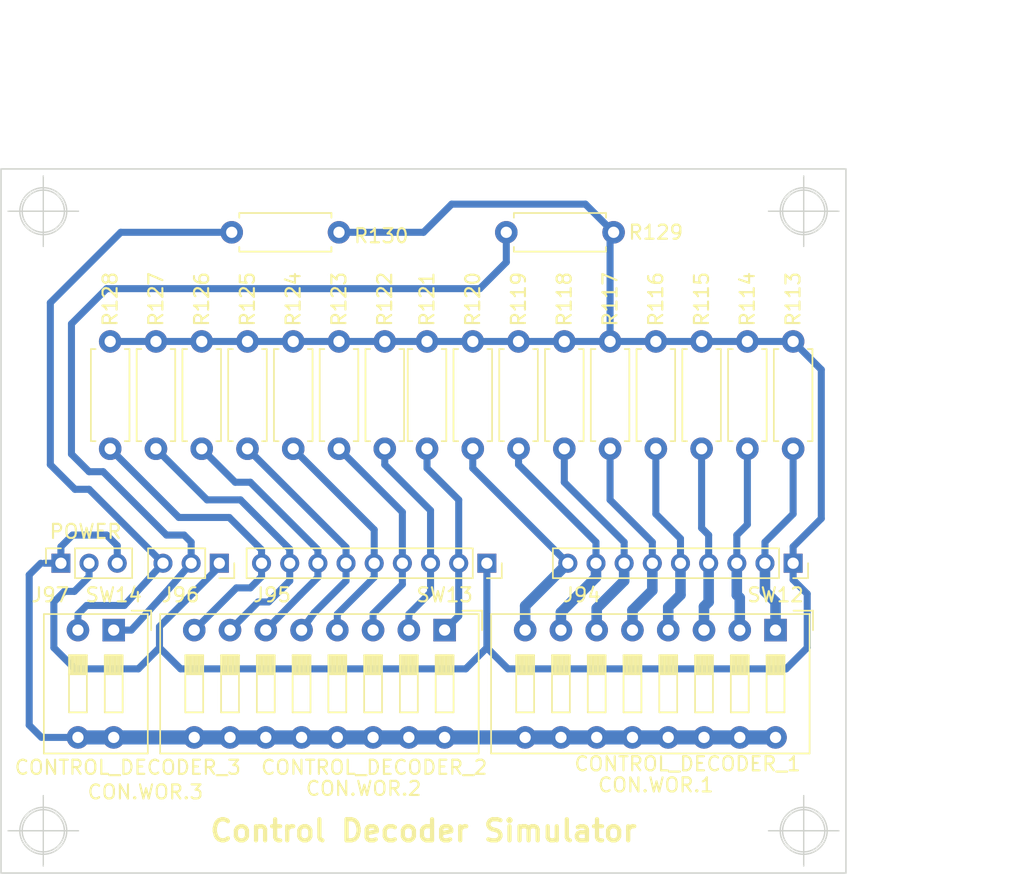
<source format=kicad_pcb>
(kicad_pcb (version 20171130) (host pcbnew 5.1.5+dfsg1-2build2)

  (general
    (thickness 1.6)
    (drawings 15)
    (tracks 164)
    (zones 0)
    (modules 25)
    (nets 21)
  )

  (page A4)
  (title_block
    (title "Control Decoder Simulator")
    (date 2021-02-22)
    (rev 2)
    (comment 1 "Tec. Henrique Silva")
  )

  (layers
    (0 F.Cu signal)
    (31 B.Cu signal)
    (32 B.Adhes user)
    (33 F.Adhes user)
    (34 B.Paste user)
    (35 F.Paste user)
    (36 B.SilkS user)
    (37 F.SilkS user)
    (38 B.Mask user)
    (39 F.Mask user)
    (40 Dwgs.User user)
    (41 Cmts.User user)
    (42 Eco1.User user)
    (43 Eco2.User user)
    (44 Edge.Cuts user)
    (45 Margin user)
    (46 B.CrtYd user)
    (47 F.CrtYd user)
    (48 B.Fab user)
    (49 F.Fab user)
  )

  (setup
    (last_trace_width 0.5)
    (trace_clearance 0.2)
    (zone_clearance 0.508)
    (zone_45_only no)
    (trace_min 0.2)
    (via_size 0.8)
    (via_drill 0.4)
    (via_min_size 0.4)
    (via_min_drill 0.3)
    (uvia_size 0.3)
    (uvia_drill 0.1)
    (uvias_allowed no)
    (uvia_min_size 0.2)
    (uvia_min_drill 0.1)
    (edge_width 0.1)
    (segment_width 0.2)
    (pcb_text_width 0.3)
    (pcb_text_size 1.5 1.5)
    (mod_edge_width 0.15)
    (mod_text_size 1 1)
    (mod_text_width 0.15)
    (pad_size 1.524 1.524)
    (pad_drill 0.762)
    (pad_to_mask_clearance 0)
    (aux_axis_origin 184.5 67.75)
    (grid_origin 175 72.5)
    (visible_elements FFFFFF7F)
    (pcbplotparams
      (layerselection 0x010fc_ffffffff)
      (usegerberextensions false)
      (usegerberattributes false)
      (usegerberadvancedattributes false)
      (creategerberjobfile false)
      (excludeedgelayer true)
      (linewidth 0.100000)
      (plotframeref false)
      (viasonmask false)
      (mode 1)
      (useauxorigin false)
      (hpglpennumber 1)
      (hpglpenspeed 20)
      (hpglpendiameter 15.000000)
      (psnegative false)
      (psa4output false)
      (plotreference true)
      (plotvalue true)
      (plotinvisibletext false)
      (padsonsilk false)
      (subtractmaskfromsilk false)
      (outputformat 1)
      (mirror false)
      (drillshape 1)
      (scaleselection 1)
      (outputdirectory ""))
  )

  (net 0 "")
  (net 1 HLT)
  (net 2 PC_INC)
  (net 3 JMP)
  (net 4 PC_OUT)
  (net 5 MAR_IN)
  (net 6 RAM_IN)
  (net 7 RAM_OUT)
  (net 8 IR_IN)
  (net 9 GND)
  (net 10 IR_OUT)
  (net 11 ACC_OUT)
  (net 12 ACC_IN)
  (net 13 ADD|SUB)
  (net 14 ALU_1)
  (net 15 ALU_0)
  (net 16 ALU_OUT)
  (net 17 XOR_NOT)
  (net 18 BR_IN)
  (net 19 OPR_IN)
  (net 20 +5V)

  (net_class Default "This is the default net class."
    (clearance 0.2)
    (trace_width 0.5)
    (via_dia 0.8)
    (via_drill 0.4)
    (uvia_dia 0.3)
    (uvia_drill 0.1)
    (add_net +5V)
    (add_net ACC_IN)
    (add_net ACC_OUT)
    (add_net ADD|SUB)
    (add_net ALU_0)
    (add_net ALU_1)
    (add_net ALU_OUT)
    (add_net BR_IN)
    (add_net GND)
    (add_net HLT)
    (add_net IR_IN)
    (add_net IR_OUT)
    (add_net JMP)
    (add_net MAR_IN)
    (add_net OPR_IN)
    (add_net PC_INC)
    (add_net PC_OUT)
    (add_net RAM_IN)
    (add_net RAM_OUT)
    (add_net XOR_NOT)
  )

  (module Connector_PinSocket_2.00mm:PinSocket_1x09_P2.00mm_Vertical (layer F.Cu) (tedit 5A19A42B) (tstamp 600A7D84)
    (at 149.5 100.5 270)
    (descr "Through hole straight socket strip, 1x09, 2.00mm pitch, single row (from Kicad 4.0.7), script generated")
    (tags "Through hole socket strip THT 1x09 2.00mm single row")
    (path /6444E410)
    (fp_text reference J95 (at 2.25 15.25) (layer F.SilkS)
      (effects (font (size 1 1) (thickness 0.15)))
    )
    (fp_text value CONTROL_DECODER_2 (at 14.5 8 180) (layer F.SilkS)
      (effects (font (size 1 1) (thickness 0.15)))
    )
    (fp_text user %R (at 0 8) (layer F.Fab)
      (effects (font (size 1 1) (thickness 0.15)))
    )
    (fp_line (start -1.5 17.5) (end -1.5 -1.5) (layer F.CrtYd) (width 0.05))
    (fp_line (start 1.5 17.5) (end -1.5 17.5) (layer F.CrtYd) (width 0.05))
    (fp_line (start 1.5 -1.5) (end 1.5 17.5) (layer F.CrtYd) (width 0.05))
    (fp_line (start -1.5 -1.5) (end 1.5 -1.5) (layer F.CrtYd) (width 0.05))
    (fp_line (start 0 -1.06) (end 1.06 -1.06) (layer F.SilkS) (width 0.12))
    (fp_line (start 1.06 -1.06) (end 1.06 0) (layer F.SilkS) (width 0.12))
    (fp_line (start 1.06 1) (end 1.06 17.06) (layer F.SilkS) (width 0.12))
    (fp_line (start -1.06 17.06) (end 1.06 17.06) (layer F.SilkS) (width 0.12))
    (fp_line (start -1.06 1) (end -1.06 17.06) (layer F.SilkS) (width 0.12))
    (fp_line (start -1.06 1) (end 1.06 1) (layer F.SilkS) (width 0.12))
    (fp_line (start -1 17) (end -1 -1) (layer F.Fab) (width 0.1))
    (fp_line (start 1 17) (end -1 17) (layer F.Fab) (width 0.1))
    (fp_line (start 1 -0.5) (end 1 17) (layer F.Fab) (width 0.1))
    (fp_line (start 0.5 -1) (end 1 -0.5) (layer F.Fab) (width 0.1))
    (fp_line (start -1 -1) (end 0.5 -1) (layer F.Fab) (width 0.1))
    (pad 9 thru_hole oval (at 0 16 270) (size 1.35 1.35) (drill 0.8) (layers *.Cu *.Mask)
      (net 10 IR_OUT))
    (pad 8 thru_hole oval (at 0 14 270) (size 1.35 1.35) (drill 0.8) (layers *.Cu *.Mask)
      (net 11 ACC_OUT))
    (pad 7 thru_hole oval (at 0 12 270) (size 1.35 1.35) (drill 0.8) (layers *.Cu *.Mask)
      (net 12 ACC_IN))
    (pad 6 thru_hole oval (at 0 10 270) (size 1.35 1.35) (drill 0.8) (layers *.Cu *.Mask)
      (net 13 ADD|SUB))
    (pad 5 thru_hole oval (at 0 8 270) (size 1.35 1.35) (drill 0.8) (layers *.Cu *.Mask)
      (net 14 ALU_1))
    (pad 4 thru_hole oval (at 0 6 270) (size 1.35 1.35) (drill 0.8) (layers *.Cu *.Mask)
      (net 15 ALU_0))
    (pad 3 thru_hole oval (at 0 4 270) (size 1.35 1.35) (drill 0.8) (layers *.Cu *.Mask)
      (net 16 ALU_OUT))
    (pad 2 thru_hole oval (at 0 2 270) (size 1.35 1.35) (drill 0.8) (layers *.Cu *.Mask)
      (net 17 XOR_NOT))
    (pad 1 thru_hole rect (at 0 0 270) (size 1.35 1.35) (drill 0.8) (layers *.Cu *.Mask)
      (net 9 GND))
    (model ${KISYS3DMOD}/Connector_PinSocket_2.00mm.3dshapes/PinSocket_1x09_P2.00mm_Vertical.wrl
      (at (xyz 0 0 0))
      (scale (xyz 1 1 1))
      (rotate (xyz 0 0 0))
    )
  )

  (module Resistor_THT:R_Axial_DIN0207_L6.3mm_D2.5mm_P7.62mm_Horizontal (layer F.Cu) (tedit 5AE5139B) (tstamp 600A9C7B)
    (at 171.25 84.75 270)
    (descr "Resistor, Axial_DIN0207 series, Axial, Horizontal, pin pitch=7.62mm, 0.25W = 1/4W, length*diameter=6.3*2.5mm^2, http://cdn-reichelt.de/documents/datenblatt/B400/1_4W%23YAG.pdf")
    (tags "Resistor Axial_DIN0207 series Axial Horizontal pin pitch 7.62mm 0.25W = 1/4W length 6.3mm diameter 2.5mm")
    (path /644A1263)
    (fp_text reference R113 (at -3 0 90) (layer F.SilkS)
      (effects (font (size 1 1) (thickness 0.15)))
    )
    (fp_text value 10k (at 10.15 0.05 90) (layer F.Fab)
      (effects (font (size 1 1) (thickness 0.15)))
    )
    (fp_text user %R (at 3.81 0 90) (layer F.Fab)
      (effects (font (size 1 1) (thickness 0.15)))
    )
    (fp_line (start 8.67 -1.5) (end -1.05 -1.5) (layer F.CrtYd) (width 0.05))
    (fp_line (start 8.67 1.5) (end 8.67 -1.5) (layer F.CrtYd) (width 0.05))
    (fp_line (start -1.05 1.5) (end 8.67 1.5) (layer F.CrtYd) (width 0.05))
    (fp_line (start -1.05 -1.5) (end -1.05 1.5) (layer F.CrtYd) (width 0.05))
    (fp_line (start 7.08 1.37) (end 7.08 1.04) (layer F.SilkS) (width 0.12))
    (fp_line (start 0.54 1.37) (end 7.08 1.37) (layer F.SilkS) (width 0.12))
    (fp_line (start 0.54 1.04) (end 0.54 1.37) (layer F.SilkS) (width 0.12))
    (fp_line (start 7.08 -1.37) (end 7.08 -1.04) (layer F.SilkS) (width 0.12))
    (fp_line (start 0.54 -1.37) (end 7.08 -1.37) (layer F.SilkS) (width 0.12))
    (fp_line (start 0.54 -1.04) (end 0.54 -1.37) (layer F.SilkS) (width 0.12))
    (fp_line (start 7.62 0) (end 6.96 0) (layer F.Fab) (width 0.1))
    (fp_line (start 0 0) (end 0.66 0) (layer F.Fab) (width 0.1))
    (fp_line (start 6.96 -1.25) (end 0.66 -1.25) (layer F.Fab) (width 0.1))
    (fp_line (start 6.96 1.25) (end 6.96 -1.25) (layer F.Fab) (width 0.1))
    (fp_line (start 0.66 1.25) (end 6.96 1.25) (layer F.Fab) (width 0.1))
    (fp_line (start 0.66 -1.25) (end 0.66 1.25) (layer F.Fab) (width 0.1))
    (pad 2 thru_hole oval (at 7.62 0 270) (size 1.6 1.6) (drill 0.8) (layers *.Cu *.Mask)
      (net 8 IR_IN))
    (pad 1 thru_hole circle (at 0 0 270) (size 1.6 1.6) (drill 0.8) (layers *.Cu *.Mask)
      (net 9 GND))
    (model ${KISYS3DMOD}/Resistor_THT.3dshapes/R_Axial_DIN0207_L6.3mm_D2.5mm_P7.62mm_Horizontal.wrl
      (at (xyz 0 0 0))
      (scale (xyz 1 1 1))
      (rotate (xyz 0 0 0))
    )
  )

  (module Connector_PinSocket_2.00mm:PinSocket_1x03_P2.00mm_Vertical (layer F.Cu) (tedit 5A19A42B) (tstamp 600A7CA6)
    (at 119.25 100.5 90)
    (descr "Through hole straight socket strip, 1x03, 2.00mm pitch, single row (from Kicad 4.0.7), script generated")
    (tags "Through hole socket strip THT 1x03 2.00mm single row")
    (path /6444E3D9)
    (fp_text reference J97 (at -2.25 -0.75 180) (layer F.SilkS)
      (effects (font (size 1 1) (thickness 0.15)))
    )
    (fp_text value POWER (at 2.25 1.75 180) (layer F.SilkS)
      (effects (font (size 1 1) (thickness 0.15)))
    )
    (fp_text user %R (at 0 2) (layer F.Fab)
      (effects (font (size 1 1) (thickness 0.15)))
    )
    (fp_line (start -1.5 5.5) (end -1.5 -1.5) (layer F.CrtYd) (width 0.05))
    (fp_line (start 1.5 5.5) (end -1.5 5.5) (layer F.CrtYd) (width 0.05))
    (fp_line (start 1.5 -1.5) (end 1.5 5.5) (layer F.CrtYd) (width 0.05))
    (fp_line (start -1.5 -1.5) (end 1.5 -1.5) (layer F.CrtYd) (width 0.05))
    (fp_line (start 0 -1.06) (end 1.06 -1.06) (layer F.SilkS) (width 0.12))
    (fp_line (start 1.06 -1.06) (end 1.06 0) (layer F.SilkS) (width 0.12))
    (fp_line (start 1.06 1) (end 1.06 5.06) (layer F.SilkS) (width 0.12))
    (fp_line (start -1.06 5.06) (end 1.06 5.06) (layer F.SilkS) (width 0.12))
    (fp_line (start -1.06 1) (end -1.06 5.06) (layer F.SilkS) (width 0.12))
    (fp_line (start -1.06 1) (end 1.06 1) (layer F.SilkS) (width 0.12))
    (fp_line (start -1 5) (end -1 -1) (layer F.Fab) (width 0.1))
    (fp_line (start 1 5) (end -1 5) (layer F.Fab) (width 0.1))
    (fp_line (start 1 -0.5) (end 1 5) (layer F.Fab) (width 0.1))
    (fp_line (start 0.5 -1) (end 1 -0.5) (layer F.Fab) (width 0.1))
    (fp_line (start -1 -1) (end 0.5 -1) (layer F.Fab) (width 0.1))
    (pad 3 thru_hole oval (at 0 4 90) (size 1.35 1.35) (drill 0.8) (layers *.Cu *.Mask)
      (net 20 +5V))
    (pad 2 thru_hole oval (at 0 2 90) (size 1.35 1.35) (drill 0.8) (layers *.Cu *.Mask)
      (net 9 GND))
    (pad 1 thru_hole rect (at 0 0 90) (size 1.35 1.35) (drill 0.8) (layers *.Cu *.Mask)
      (net 20 +5V))
    (model ${KISYS3DMOD}/Connector_PinSocket_2.00mm.3dshapes/PinSocket_1x03_P2.00mm_Vertical.wrl
      (at (xyz 0 0 0))
      (scale (xyz 1 1 1))
      (rotate (xyz 0 0 0))
    )
  )

  (module Button_Switch_THT:SW_DIP_SPSTx02_Slide_9.78x7.26mm_W7.62mm_P2.54mm (layer F.Cu) (tedit 5A4E1404) (tstamp 600A26FD)
    (at 123 105.25 270)
    (descr "2x-dip-switch SPST , Slide, row spacing 7.62 mm (300 mils), body size 9.78x7.26mm (see e.g. https://www.ctscorp.com/wp-content/uploads/206-208.pdf)")
    (tags "DIP Switch SPST Slide 7.62mm 300mil")
    (path /644EA066)
    (fp_text reference SW14 (at -2.5 0 180) (layer F.SilkS)
      (effects (font (size 1 1) (thickness 0.15)))
    )
    (fp_text value CON.WOR.3 (at 11.5 -2.25 180) (layer F.SilkS)
      (effects (font (size 1 1) (thickness 0.15)))
    )
    (fp_text user on (at 5.365 -1.4975 90) (layer F.Fab)
      (effects (font (size 0.8 0.8) (thickness 0.12)))
    )
    (fp_text user %R (at 7.27 1.27) (layer F.Fab)
      (effects (font (size 0.8 0.8) (thickness 0.12)))
    )
    (fp_line (start 8.95 -2.7) (end -1.35 -2.7) (layer F.CrtYd) (width 0.05))
    (fp_line (start 8.95 5.25) (end 8.95 -2.7) (layer F.CrtYd) (width 0.05))
    (fp_line (start -1.35 5.25) (end 8.95 5.25) (layer F.CrtYd) (width 0.05))
    (fp_line (start -1.35 -2.7) (end -1.35 5.25) (layer F.CrtYd) (width 0.05))
    (fp_line (start 3.133333 1.905) (end 3.133333 3.175) (layer F.SilkS) (width 0.12))
    (fp_line (start 1.78 3.105) (end 3.133333 3.105) (layer F.SilkS) (width 0.12))
    (fp_line (start 1.78 2.985) (end 3.133333 2.985) (layer F.SilkS) (width 0.12))
    (fp_line (start 1.78 2.865) (end 3.133333 2.865) (layer F.SilkS) (width 0.12))
    (fp_line (start 1.78 2.745) (end 3.133333 2.745) (layer F.SilkS) (width 0.12))
    (fp_line (start 1.78 2.625) (end 3.133333 2.625) (layer F.SilkS) (width 0.12))
    (fp_line (start 1.78 2.505) (end 3.133333 2.505) (layer F.SilkS) (width 0.12))
    (fp_line (start 1.78 2.385) (end 3.133333 2.385) (layer F.SilkS) (width 0.12))
    (fp_line (start 1.78 2.265) (end 3.133333 2.265) (layer F.SilkS) (width 0.12))
    (fp_line (start 1.78 2.145) (end 3.133333 2.145) (layer F.SilkS) (width 0.12))
    (fp_line (start 1.78 2.025) (end 3.133333 2.025) (layer F.SilkS) (width 0.12))
    (fp_line (start 5.84 1.905) (end 1.78 1.905) (layer F.SilkS) (width 0.12))
    (fp_line (start 5.84 3.175) (end 5.84 1.905) (layer F.SilkS) (width 0.12))
    (fp_line (start 1.78 3.175) (end 5.84 3.175) (layer F.SilkS) (width 0.12))
    (fp_line (start 1.78 1.905) (end 1.78 3.175) (layer F.SilkS) (width 0.12))
    (fp_line (start 3.133333 -0.635) (end 3.133333 0.635) (layer F.SilkS) (width 0.12))
    (fp_line (start 1.78 0.565) (end 3.133333 0.565) (layer F.SilkS) (width 0.12))
    (fp_line (start 1.78 0.445) (end 3.133333 0.445) (layer F.SilkS) (width 0.12))
    (fp_line (start 1.78 0.325) (end 3.133333 0.325) (layer F.SilkS) (width 0.12))
    (fp_line (start 1.78 0.205) (end 3.133333 0.205) (layer F.SilkS) (width 0.12))
    (fp_line (start 1.78 0.085) (end 3.133333 0.085) (layer F.SilkS) (width 0.12))
    (fp_line (start 1.78 -0.035) (end 3.133333 -0.035) (layer F.SilkS) (width 0.12))
    (fp_line (start 1.78 -0.155) (end 3.133333 -0.155) (layer F.SilkS) (width 0.12))
    (fp_line (start 1.78 -0.275) (end 3.133333 -0.275) (layer F.SilkS) (width 0.12))
    (fp_line (start 1.78 -0.395) (end 3.133333 -0.395) (layer F.SilkS) (width 0.12))
    (fp_line (start 1.78 -0.515) (end 3.133333 -0.515) (layer F.SilkS) (width 0.12))
    (fp_line (start 5.84 -0.635) (end 1.78 -0.635) (layer F.SilkS) (width 0.12))
    (fp_line (start 5.84 0.635) (end 5.84 -0.635) (layer F.SilkS) (width 0.12))
    (fp_line (start 1.78 0.635) (end 5.84 0.635) (layer F.SilkS) (width 0.12))
    (fp_line (start 1.78 -0.635) (end 1.78 0.635) (layer F.SilkS) (width 0.12))
    (fp_line (start -1.38 -2.66) (end -1.38 -1.277) (layer F.SilkS) (width 0.12))
    (fp_line (start -1.38 -2.66) (end 0.004 -2.66) (layer F.SilkS) (width 0.12))
    (fp_line (start 8.76 -2.42) (end 8.76 4.96) (layer F.SilkS) (width 0.12))
    (fp_line (start -1.14 -2.42) (end -1.14 4.96) (layer F.SilkS) (width 0.12))
    (fp_line (start -1.14 4.96) (end 8.76 4.96) (layer F.SilkS) (width 0.12))
    (fp_line (start -1.14 -2.42) (end 8.76 -2.42) (layer F.SilkS) (width 0.12))
    (fp_line (start 3.133333 1.905) (end 3.133333 3.175) (layer F.Fab) (width 0.1))
    (fp_line (start 1.78 3.105) (end 3.133333 3.105) (layer F.Fab) (width 0.1))
    (fp_line (start 1.78 3.005) (end 3.133333 3.005) (layer F.Fab) (width 0.1))
    (fp_line (start 1.78 2.905) (end 3.133333 2.905) (layer F.Fab) (width 0.1))
    (fp_line (start 1.78 2.805) (end 3.133333 2.805) (layer F.Fab) (width 0.1))
    (fp_line (start 1.78 2.705) (end 3.133333 2.705) (layer F.Fab) (width 0.1))
    (fp_line (start 1.78 2.605) (end 3.133333 2.605) (layer F.Fab) (width 0.1))
    (fp_line (start 1.78 2.505) (end 3.133333 2.505) (layer F.Fab) (width 0.1))
    (fp_line (start 1.78 2.405) (end 3.133333 2.405) (layer F.Fab) (width 0.1))
    (fp_line (start 1.78 2.305) (end 3.133333 2.305) (layer F.Fab) (width 0.1))
    (fp_line (start 1.78 2.205) (end 3.133333 2.205) (layer F.Fab) (width 0.1))
    (fp_line (start 1.78 2.105) (end 3.133333 2.105) (layer F.Fab) (width 0.1))
    (fp_line (start 1.78 2.005) (end 3.133333 2.005) (layer F.Fab) (width 0.1))
    (fp_line (start 5.84 1.905) (end 1.78 1.905) (layer F.Fab) (width 0.1))
    (fp_line (start 5.84 3.175) (end 5.84 1.905) (layer F.Fab) (width 0.1))
    (fp_line (start 1.78 3.175) (end 5.84 3.175) (layer F.Fab) (width 0.1))
    (fp_line (start 1.78 1.905) (end 1.78 3.175) (layer F.Fab) (width 0.1))
    (fp_line (start 3.133333 -0.635) (end 3.133333 0.635) (layer F.Fab) (width 0.1))
    (fp_line (start 1.78 0.565) (end 3.133333 0.565) (layer F.Fab) (width 0.1))
    (fp_line (start 1.78 0.465) (end 3.133333 0.465) (layer F.Fab) (width 0.1))
    (fp_line (start 1.78 0.365) (end 3.133333 0.365) (layer F.Fab) (width 0.1))
    (fp_line (start 1.78 0.265) (end 3.133333 0.265) (layer F.Fab) (width 0.1))
    (fp_line (start 1.78 0.165) (end 3.133333 0.165) (layer F.Fab) (width 0.1))
    (fp_line (start 1.78 0.065) (end 3.133333 0.065) (layer F.Fab) (width 0.1))
    (fp_line (start 1.78 -0.035) (end 3.133333 -0.035) (layer F.Fab) (width 0.1))
    (fp_line (start 1.78 -0.135) (end 3.133333 -0.135) (layer F.Fab) (width 0.1))
    (fp_line (start 1.78 -0.235) (end 3.133333 -0.235) (layer F.Fab) (width 0.1))
    (fp_line (start 1.78 -0.335) (end 3.133333 -0.335) (layer F.Fab) (width 0.1))
    (fp_line (start 1.78 -0.435) (end 3.133333 -0.435) (layer F.Fab) (width 0.1))
    (fp_line (start 1.78 -0.535) (end 3.133333 -0.535) (layer F.Fab) (width 0.1))
    (fp_line (start 5.84 -0.635) (end 1.78 -0.635) (layer F.Fab) (width 0.1))
    (fp_line (start 5.84 0.635) (end 5.84 -0.635) (layer F.Fab) (width 0.1))
    (fp_line (start 1.78 0.635) (end 5.84 0.635) (layer F.Fab) (width 0.1))
    (fp_line (start 1.78 -0.635) (end 1.78 0.635) (layer F.Fab) (width 0.1))
    (fp_line (start -1.08 -1.36) (end -0.08 -2.36) (layer F.Fab) (width 0.1))
    (fp_line (start -1.08 4.9) (end -1.08 -1.36) (layer F.Fab) (width 0.1))
    (fp_line (start 8.7 4.9) (end -1.08 4.9) (layer F.Fab) (width 0.1))
    (fp_line (start 8.7 -2.36) (end 8.7 4.9) (layer F.Fab) (width 0.1))
    (fp_line (start -0.08 -2.36) (end 8.7 -2.36) (layer F.Fab) (width 0.1))
    (pad 4 thru_hole oval (at 7.62 0 270) (size 1.6 1.6) (drill 0.8) (layers *.Cu *.Mask)
      (net 20 +5V))
    (pad 2 thru_hole oval (at 0 2.54 270) (size 1.6 1.6) (drill 0.8) (layers *.Cu *.Mask)
      (net 18 BR_IN))
    (pad 3 thru_hole oval (at 7.62 2.54 270) (size 1.6 1.6) (drill 0.8) (layers *.Cu *.Mask)
      (net 20 +5V))
    (pad 1 thru_hole rect (at 0 0 270) (size 1.6 1.6) (drill 0.8) (layers *.Cu *.Mask)
      (net 19 OPR_IN))
    (model ${KISYS3DMOD}/Button_Switch_THT.3dshapes/SW_DIP_SPSTx02_Slide_9.78x7.26mm_W7.62mm_P2.54mm.wrl
      (at (xyz 0 0 0))
      (scale (xyz 1 1 1))
      (rotate (xyz 0 0 90))
    )
  )

  (module Button_Switch_THT:SW_DIP_SPSTx08_Slide_9.78x22.5mm_W7.62mm_P2.54mm (layer F.Cu) (tedit 5A4E1405) (tstamp 600A9929)
    (at 146.5 105.25 270)
    (descr "8x-dip-switch SPST , Slide, row spacing 7.62 mm (300 mils), body size 9.78x22.5mm (see e.g. https://www.ctscorp.com/wp-content/uploads/206-208.pdf)")
    (tags "DIP Switch SPST Slide 7.62mm 300mil")
    (path /644D8996)
    (fp_text reference SW13 (at -2.5 0 180) (layer F.SilkS)
      (effects (font (size 1 1) (thickness 0.15)))
    )
    (fp_text value CON.WOR.2 (at 11.25 5.75 180) (layer F.SilkS)
      (effects (font (size 1 1) (thickness 0.15)))
    )
    (fp_text user on (at 5.365 -1.4975 90) (layer F.Fab)
      (effects (font (size 0.8 0.8) (thickness 0.12)))
    )
    (fp_text user %R (at 7.27 8.89) (layer F.Fab)
      (effects (font (size 0.8 0.8) (thickness 0.12)))
    )
    (fp_line (start 8.95 -2.7) (end -1.35 -2.7) (layer F.CrtYd) (width 0.05))
    (fp_line (start 8.95 20.5) (end 8.95 -2.7) (layer F.CrtYd) (width 0.05))
    (fp_line (start -1.35 20.5) (end 8.95 20.5) (layer F.CrtYd) (width 0.05))
    (fp_line (start -1.35 -2.7) (end -1.35 20.5) (layer F.CrtYd) (width 0.05))
    (fp_line (start 3.133333 17.145) (end 3.133333 18.415) (layer F.SilkS) (width 0.12))
    (fp_line (start 1.78 18.345) (end 3.133333 18.345) (layer F.SilkS) (width 0.12))
    (fp_line (start 1.78 18.225) (end 3.133333 18.225) (layer F.SilkS) (width 0.12))
    (fp_line (start 1.78 18.105) (end 3.133333 18.105) (layer F.SilkS) (width 0.12))
    (fp_line (start 1.78 17.985) (end 3.133333 17.985) (layer F.SilkS) (width 0.12))
    (fp_line (start 1.78 17.865) (end 3.133333 17.865) (layer F.SilkS) (width 0.12))
    (fp_line (start 1.78 17.745) (end 3.133333 17.745) (layer F.SilkS) (width 0.12))
    (fp_line (start 1.78 17.625) (end 3.133333 17.625) (layer F.SilkS) (width 0.12))
    (fp_line (start 1.78 17.505) (end 3.133333 17.505) (layer F.SilkS) (width 0.12))
    (fp_line (start 1.78 17.385) (end 3.133333 17.385) (layer F.SilkS) (width 0.12))
    (fp_line (start 1.78 17.265) (end 3.133333 17.265) (layer F.SilkS) (width 0.12))
    (fp_line (start 5.84 17.145) (end 1.78 17.145) (layer F.SilkS) (width 0.12))
    (fp_line (start 5.84 18.415) (end 5.84 17.145) (layer F.SilkS) (width 0.12))
    (fp_line (start 1.78 18.415) (end 5.84 18.415) (layer F.SilkS) (width 0.12))
    (fp_line (start 1.78 17.145) (end 1.78 18.415) (layer F.SilkS) (width 0.12))
    (fp_line (start 3.133333 14.605) (end 3.133333 15.875) (layer F.SilkS) (width 0.12))
    (fp_line (start 1.78 15.805) (end 3.133333 15.805) (layer F.SilkS) (width 0.12))
    (fp_line (start 1.78 15.685) (end 3.133333 15.685) (layer F.SilkS) (width 0.12))
    (fp_line (start 1.78 15.565) (end 3.133333 15.565) (layer F.SilkS) (width 0.12))
    (fp_line (start 1.78 15.445) (end 3.133333 15.445) (layer F.SilkS) (width 0.12))
    (fp_line (start 1.78 15.325) (end 3.133333 15.325) (layer F.SilkS) (width 0.12))
    (fp_line (start 1.78 15.205) (end 3.133333 15.205) (layer F.SilkS) (width 0.12))
    (fp_line (start 1.78 15.085) (end 3.133333 15.085) (layer F.SilkS) (width 0.12))
    (fp_line (start 1.78 14.965) (end 3.133333 14.965) (layer F.SilkS) (width 0.12))
    (fp_line (start 1.78 14.845) (end 3.133333 14.845) (layer F.SilkS) (width 0.12))
    (fp_line (start 1.78 14.725) (end 3.133333 14.725) (layer F.SilkS) (width 0.12))
    (fp_line (start 5.84 14.605) (end 1.78 14.605) (layer F.SilkS) (width 0.12))
    (fp_line (start 5.84 15.875) (end 5.84 14.605) (layer F.SilkS) (width 0.12))
    (fp_line (start 1.78 15.875) (end 5.84 15.875) (layer F.SilkS) (width 0.12))
    (fp_line (start 1.78 14.605) (end 1.78 15.875) (layer F.SilkS) (width 0.12))
    (fp_line (start 3.133333 12.065) (end 3.133333 13.335) (layer F.SilkS) (width 0.12))
    (fp_line (start 1.78 13.265) (end 3.133333 13.265) (layer F.SilkS) (width 0.12))
    (fp_line (start 1.78 13.145) (end 3.133333 13.145) (layer F.SilkS) (width 0.12))
    (fp_line (start 1.78 13.025) (end 3.133333 13.025) (layer F.SilkS) (width 0.12))
    (fp_line (start 1.78 12.905) (end 3.133333 12.905) (layer F.SilkS) (width 0.12))
    (fp_line (start 1.78 12.785) (end 3.133333 12.785) (layer F.SilkS) (width 0.12))
    (fp_line (start 1.78 12.665) (end 3.133333 12.665) (layer F.SilkS) (width 0.12))
    (fp_line (start 1.78 12.545) (end 3.133333 12.545) (layer F.SilkS) (width 0.12))
    (fp_line (start 1.78 12.425) (end 3.133333 12.425) (layer F.SilkS) (width 0.12))
    (fp_line (start 1.78 12.305) (end 3.133333 12.305) (layer F.SilkS) (width 0.12))
    (fp_line (start 1.78 12.185) (end 3.133333 12.185) (layer F.SilkS) (width 0.12))
    (fp_line (start 5.84 12.065) (end 1.78 12.065) (layer F.SilkS) (width 0.12))
    (fp_line (start 5.84 13.335) (end 5.84 12.065) (layer F.SilkS) (width 0.12))
    (fp_line (start 1.78 13.335) (end 5.84 13.335) (layer F.SilkS) (width 0.12))
    (fp_line (start 1.78 12.065) (end 1.78 13.335) (layer F.SilkS) (width 0.12))
    (fp_line (start 3.133333 9.525) (end 3.133333 10.795) (layer F.SilkS) (width 0.12))
    (fp_line (start 1.78 10.725) (end 3.133333 10.725) (layer F.SilkS) (width 0.12))
    (fp_line (start 1.78 10.605) (end 3.133333 10.605) (layer F.SilkS) (width 0.12))
    (fp_line (start 1.78 10.485) (end 3.133333 10.485) (layer F.SilkS) (width 0.12))
    (fp_line (start 1.78 10.365) (end 3.133333 10.365) (layer F.SilkS) (width 0.12))
    (fp_line (start 1.78 10.245) (end 3.133333 10.245) (layer F.SilkS) (width 0.12))
    (fp_line (start 1.78 10.125) (end 3.133333 10.125) (layer F.SilkS) (width 0.12))
    (fp_line (start 1.78 10.005) (end 3.133333 10.005) (layer F.SilkS) (width 0.12))
    (fp_line (start 1.78 9.885) (end 3.133333 9.885) (layer F.SilkS) (width 0.12))
    (fp_line (start 1.78 9.765) (end 3.133333 9.765) (layer F.SilkS) (width 0.12))
    (fp_line (start 1.78 9.645) (end 3.133333 9.645) (layer F.SilkS) (width 0.12))
    (fp_line (start 5.84 9.525) (end 1.78 9.525) (layer F.SilkS) (width 0.12))
    (fp_line (start 5.84 10.795) (end 5.84 9.525) (layer F.SilkS) (width 0.12))
    (fp_line (start 1.78 10.795) (end 5.84 10.795) (layer F.SilkS) (width 0.12))
    (fp_line (start 1.78 9.525) (end 1.78 10.795) (layer F.SilkS) (width 0.12))
    (fp_line (start 3.133333 6.985) (end 3.133333 8.255) (layer F.SilkS) (width 0.12))
    (fp_line (start 1.78 8.185) (end 3.133333 8.185) (layer F.SilkS) (width 0.12))
    (fp_line (start 1.78 8.065) (end 3.133333 8.065) (layer F.SilkS) (width 0.12))
    (fp_line (start 1.78 7.945) (end 3.133333 7.945) (layer F.SilkS) (width 0.12))
    (fp_line (start 1.78 7.825) (end 3.133333 7.825) (layer F.SilkS) (width 0.12))
    (fp_line (start 1.78 7.705) (end 3.133333 7.705) (layer F.SilkS) (width 0.12))
    (fp_line (start 1.78 7.585) (end 3.133333 7.585) (layer F.SilkS) (width 0.12))
    (fp_line (start 1.78 7.465) (end 3.133333 7.465) (layer F.SilkS) (width 0.12))
    (fp_line (start 1.78 7.345) (end 3.133333 7.345) (layer F.SilkS) (width 0.12))
    (fp_line (start 1.78 7.225) (end 3.133333 7.225) (layer F.SilkS) (width 0.12))
    (fp_line (start 1.78 7.105) (end 3.133333 7.105) (layer F.SilkS) (width 0.12))
    (fp_line (start 5.84 6.985) (end 1.78 6.985) (layer F.SilkS) (width 0.12))
    (fp_line (start 5.84 8.255) (end 5.84 6.985) (layer F.SilkS) (width 0.12))
    (fp_line (start 1.78 8.255) (end 5.84 8.255) (layer F.SilkS) (width 0.12))
    (fp_line (start 1.78 6.985) (end 1.78 8.255) (layer F.SilkS) (width 0.12))
    (fp_line (start 3.133333 4.445) (end 3.133333 5.715) (layer F.SilkS) (width 0.12))
    (fp_line (start 1.78 5.645) (end 3.133333 5.645) (layer F.SilkS) (width 0.12))
    (fp_line (start 1.78 5.525) (end 3.133333 5.525) (layer F.SilkS) (width 0.12))
    (fp_line (start 1.78 5.405) (end 3.133333 5.405) (layer F.SilkS) (width 0.12))
    (fp_line (start 1.78 5.285) (end 3.133333 5.285) (layer F.SilkS) (width 0.12))
    (fp_line (start 1.78 5.165) (end 3.133333 5.165) (layer F.SilkS) (width 0.12))
    (fp_line (start 1.78 5.045) (end 3.133333 5.045) (layer F.SilkS) (width 0.12))
    (fp_line (start 1.78 4.925) (end 3.133333 4.925) (layer F.SilkS) (width 0.12))
    (fp_line (start 1.78 4.805) (end 3.133333 4.805) (layer F.SilkS) (width 0.12))
    (fp_line (start 1.78 4.685) (end 3.133333 4.685) (layer F.SilkS) (width 0.12))
    (fp_line (start 1.78 4.565) (end 3.133333 4.565) (layer F.SilkS) (width 0.12))
    (fp_line (start 5.84 4.445) (end 1.78 4.445) (layer F.SilkS) (width 0.12))
    (fp_line (start 5.84 5.715) (end 5.84 4.445) (layer F.SilkS) (width 0.12))
    (fp_line (start 1.78 5.715) (end 5.84 5.715) (layer F.SilkS) (width 0.12))
    (fp_line (start 1.78 4.445) (end 1.78 5.715) (layer F.SilkS) (width 0.12))
    (fp_line (start 3.133333 1.905) (end 3.133333 3.175) (layer F.SilkS) (width 0.12))
    (fp_line (start 1.78 3.105) (end 3.133333 3.105) (layer F.SilkS) (width 0.12))
    (fp_line (start 1.78 2.985) (end 3.133333 2.985) (layer F.SilkS) (width 0.12))
    (fp_line (start 1.78 2.865) (end 3.133333 2.865) (layer F.SilkS) (width 0.12))
    (fp_line (start 1.78 2.745) (end 3.133333 2.745) (layer F.SilkS) (width 0.12))
    (fp_line (start 1.78 2.625) (end 3.133333 2.625) (layer F.SilkS) (width 0.12))
    (fp_line (start 1.78 2.505) (end 3.133333 2.505) (layer F.SilkS) (width 0.12))
    (fp_line (start 1.78 2.385) (end 3.133333 2.385) (layer F.SilkS) (width 0.12))
    (fp_line (start 1.78 2.265) (end 3.133333 2.265) (layer F.SilkS) (width 0.12))
    (fp_line (start 1.78 2.145) (end 3.133333 2.145) (layer F.SilkS) (width 0.12))
    (fp_line (start 1.78 2.025) (end 3.133333 2.025) (layer F.SilkS) (width 0.12))
    (fp_line (start 5.84 1.905) (end 1.78 1.905) (layer F.SilkS) (width 0.12))
    (fp_line (start 5.84 3.175) (end 5.84 1.905) (layer F.SilkS) (width 0.12))
    (fp_line (start 1.78 3.175) (end 5.84 3.175) (layer F.SilkS) (width 0.12))
    (fp_line (start 1.78 1.905) (end 1.78 3.175) (layer F.SilkS) (width 0.12))
    (fp_line (start 3.133333 -0.635) (end 3.133333 0.635) (layer F.SilkS) (width 0.12))
    (fp_line (start 1.78 0.565) (end 3.133333 0.565) (layer F.SilkS) (width 0.12))
    (fp_line (start 1.78 0.445) (end 3.133333 0.445) (layer F.SilkS) (width 0.12))
    (fp_line (start 1.78 0.325) (end 3.133333 0.325) (layer F.SilkS) (width 0.12))
    (fp_line (start 1.78 0.205) (end 3.133333 0.205) (layer F.SilkS) (width 0.12))
    (fp_line (start 1.78 0.085) (end 3.133333 0.085) (layer F.SilkS) (width 0.12))
    (fp_line (start 1.78 -0.035) (end 3.133333 -0.035) (layer F.SilkS) (width 0.12))
    (fp_line (start 1.78 -0.155) (end 3.133333 -0.155) (layer F.SilkS) (width 0.12))
    (fp_line (start 1.78 -0.275) (end 3.133333 -0.275) (layer F.SilkS) (width 0.12))
    (fp_line (start 1.78 -0.395) (end 3.133333 -0.395) (layer F.SilkS) (width 0.12))
    (fp_line (start 1.78 -0.515) (end 3.133333 -0.515) (layer F.SilkS) (width 0.12))
    (fp_line (start 5.84 -0.635) (end 1.78 -0.635) (layer F.SilkS) (width 0.12))
    (fp_line (start 5.84 0.635) (end 5.84 -0.635) (layer F.SilkS) (width 0.12))
    (fp_line (start 1.78 0.635) (end 5.84 0.635) (layer F.SilkS) (width 0.12))
    (fp_line (start 1.78 -0.635) (end 1.78 0.635) (layer F.SilkS) (width 0.12))
    (fp_line (start -1.38 -2.66) (end -1.38 -1.277) (layer F.SilkS) (width 0.12))
    (fp_line (start -1.38 -2.66) (end 0.004 -2.66) (layer F.SilkS) (width 0.12))
    (fp_line (start 8.76 -2.42) (end 8.76 20.201) (layer F.SilkS) (width 0.12))
    (fp_line (start -1.14 -2.42) (end -1.14 20.201) (layer F.SilkS) (width 0.12))
    (fp_line (start -1.14 20.201) (end 8.76 20.201) (layer F.SilkS) (width 0.12))
    (fp_line (start -1.14 -2.42) (end 8.76 -2.42) (layer F.SilkS) (width 0.12))
    (fp_line (start 3.133333 17.145) (end 3.133333 18.415) (layer F.Fab) (width 0.1))
    (fp_line (start 1.78 18.345) (end 3.133333 18.345) (layer F.Fab) (width 0.1))
    (fp_line (start 1.78 18.245) (end 3.133333 18.245) (layer F.Fab) (width 0.1))
    (fp_line (start 1.78 18.145) (end 3.133333 18.145) (layer F.Fab) (width 0.1))
    (fp_line (start 1.78 18.045) (end 3.133333 18.045) (layer F.Fab) (width 0.1))
    (fp_line (start 1.78 17.945) (end 3.133333 17.945) (layer F.Fab) (width 0.1))
    (fp_line (start 1.78 17.845) (end 3.133333 17.845) (layer F.Fab) (width 0.1))
    (fp_line (start 1.78 17.745) (end 3.133333 17.745) (layer F.Fab) (width 0.1))
    (fp_line (start 1.78 17.645) (end 3.133333 17.645) (layer F.Fab) (width 0.1))
    (fp_line (start 1.78 17.545) (end 3.133333 17.545) (layer F.Fab) (width 0.1))
    (fp_line (start 1.78 17.445) (end 3.133333 17.445) (layer F.Fab) (width 0.1))
    (fp_line (start 1.78 17.345) (end 3.133333 17.345) (layer F.Fab) (width 0.1))
    (fp_line (start 1.78 17.245) (end 3.133333 17.245) (layer F.Fab) (width 0.1))
    (fp_line (start 5.84 17.145) (end 1.78 17.145) (layer F.Fab) (width 0.1))
    (fp_line (start 5.84 18.415) (end 5.84 17.145) (layer F.Fab) (width 0.1))
    (fp_line (start 1.78 18.415) (end 5.84 18.415) (layer F.Fab) (width 0.1))
    (fp_line (start 1.78 17.145) (end 1.78 18.415) (layer F.Fab) (width 0.1))
    (fp_line (start 3.133333 14.605) (end 3.133333 15.875) (layer F.Fab) (width 0.1))
    (fp_line (start 1.78 15.805) (end 3.133333 15.805) (layer F.Fab) (width 0.1))
    (fp_line (start 1.78 15.705) (end 3.133333 15.705) (layer F.Fab) (width 0.1))
    (fp_line (start 1.78 15.605) (end 3.133333 15.605) (layer F.Fab) (width 0.1))
    (fp_line (start 1.78 15.505) (end 3.133333 15.505) (layer F.Fab) (width 0.1))
    (fp_line (start 1.78 15.405) (end 3.133333 15.405) (layer F.Fab) (width 0.1))
    (fp_line (start 1.78 15.305) (end 3.133333 15.305) (layer F.Fab) (width 0.1))
    (fp_line (start 1.78 15.205) (end 3.133333 15.205) (layer F.Fab) (width 0.1))
    (fp_line (start 1.78 15.105) (end 3.133333 15.105) (layer F.Fab) (width 0.1))
    (fp_line (start 1.78 15.005) (end 3.133333 15.005) (layer F.Fab) (width 0.1))
    (fp_line (start 1.78 14.905) (end 3.133333 14.905) (layer F.Fab) (width 0.1))
    (fp_line (start 1.78 14.805) (end 3.133333 14.805) (layer F.Fab) (width 0.1))
    (fp_line (start 1.78 14.705) (end 3.133333 14.705) (layer F.Fab) (width 0.1))
    (fp_line (start 5.84 14.605) (end 1.78 14.605) (layer F.Fab) (width 0.1))
    (fp_line (start 5.84 15.875) (end 5.84 14.605) (layer F.Fab) (width 0.1))
    (fp_line (start 1.78 15.875) (end 5.84 15.875) (layer F.Fab) (width 0.1))
    (fp_line (start 1.78 14.605) (end 1.78 15.875) (layer F.Fab) (width 0.1))
    (fp_line (start 3.133333 12.065) (end 3.133333 13.335) (layer F.Fab) (width 0.1))
    (fp_line (start 1.78 13.265) (end 3.133333 13.265) (layer F.Fab) (width 0.1))
    (fp_line (start 1.78 13.165) (end 3.133333 13.165) (layer F.Fab) (width 0.1))
    (fp_line (start 1.78 13.065) (end 3.133333 13.065) (layer F.Fab) (width 0.1))
    (fp_line (start 1.78 12.965) (end 3.133333 12.965) (layer F.Fab) (width 0.1))
    (fp_line (start 1.78 12.865) (end 3.133333 12.865) (layer F.Fab) (width 0.1))
    (fp_line (start 1.78 12.765) (end 3.133333 12.765) (layer F.Fab) (width 0.1))
    (fp_line (start 1.78 12.665) (end 3.133333 12.665) (layer F.Fab) (width 0.1))
    (fp_line (start 1.78 12.565) (end 3.133333 12.565) (layer F.Fab) (width 0.1))
    (fp_line (start 1.78 12.465) (end 3.133333 12.465) (layer F.Fab) (width 0.1))
    (fp_line (start 1.78 12.365) (end 3.133333 12.365) (layer F.Fab) (width 0.1))
    (fp_line (start 1.78 12.265) (end 3.133333 12.265) (layer F.Fab) (width 0.1))
    (fp_line (start 1.78 12.165) (end 3.133333 12.165) (layer F.Fab) (width 0.1))
    (fp_line (start 5.84 12.065) (end 1.78 12.065) (layer F.Fab) (width 0.1))
    (fp_line (start 5.84 13.335) (end 5.84 12.065) (layer F.Fab) (width 0.1))
    (fp_line (start 1.78 13.335) (end 5.84 13.335) (layer F.Fab) (width 0.1))
    (fp_line (start 1.78 12.065) (end 1.78 13.335) (layer F.Fab) (width 0.1))
    (fp_line (start 3.133333 9.525) (end 3.133333 10.795) (layer F.Fab) (width 0.1))
    (fp_line (start 1.78 10.725) (end 3.133333 10.725) (layer F.Fab) (width 0.1))
    (fp_line (start 1.78 10.625) (end 3.133333 10.625) (layer F.Fab) (width 0.1))
    (fp_line (start 1.78 10.525) (end 3.133333 10.525) (layer F.Fab) (width 0.1))
    (fp_line (start 1.78 10.425) (end 3.133333 10.425) (layer F.Fab) (width 0.1))
    (fp_line (start 1.78 10.325) (end 3.133333 10.325) (layer F.Fab) (width 0.1))
    (fp_line (start 1.78 10.225) (end 3.133333 10.225) (layer F.Fab) (width 0.1))
    (fp_line (start 1.78 10.125) (end 3.133333 10.125) (layer F.Fab) (width 0.1))
    (fp_line (start 1.78 10.025) (end 3.133333 10.025) (layer F.Fab) (width 0.1))
    (fp_line (start 1.78 9.925) (end 3.133333 9.925) (layer F.Fab) (width 0.1))
    (fp_line (start 1.78 9.825) (end 3.133333 9.825) (layer F.Fab) (width 0.1))
    (fp_line (start 1.78 9.725) (end 3.133333 9.725) (layer F.Fab) (width 0.1))
    (fp_line (start 1.78 9.625) (end 3.133333 9.625) (layer F.Fab) (width 0.1))
    (fp_line (start 5.84 9.525) (end 1.78 9.525) (layer F.Fab) (width 0.1))
    (fp_line (start 5.84 10.795) (end 5.84 9.525) (layer F.Fab) (width 0.1))
    (fp_line (start 1.78 10.795) (end 5.84 10.795) (layer F.Fab) (width 0.1))
    (fp_line (start 1.78 9.525) (end 1.78 10.795) (layer F.Fab) (width 0.1))
    (fp_line (start 3.133333 6.985) (end 3.133333 8.255) (layer F.Fab) (width 0.1))
    (fp_line (start 1.78 8.185) (end 3.133333 8.185) (layer F.Fab) (width 0.1))
    (fp_line (start 1.78 8.085) (end 3.133333 8.085) (layer F.Fab) (width 0.1))
    (fp_line (start 1.78 7.985) (end 3.133333 7.985) (layer F.Fab) (width 0.1))
    (fp_line (start 1.78 7.885) (end 3.133333 7.885) (layer F.Fab) (width 0.1))
    (fp_line (start 1.78 7.785) (end 3.133333 7.785) (layer F.Fab) (width 0.1))
    (fp_line (start 1.78 7.685) (end 3.133333 7.685) (layer F.Fab) (width 0.1))
    (fp_line (start 1.78 7.585) (end 3.133333 7.585) (layer F.Fab) (width 0.1))
    (fp_line (start 1.78 7.485) (end 3.133333 7.485) (layer F.Fab) (width 0.1))
    (fp_line (start 1.78 7.385) (end 3.133333 7.385) (layer F.Fab) (width 0.1))
    (fp_line (start 1.78 7.285) (end 3.133333 7.285) (layer F.Fab) (width 0.1))
    (fp_line (start 1.78 7.185) (end 3.133333 7.185) (layer F.Fab) (width 0.1))
    (fp_line (start 1.78 7.085) (end 3.133333 7.085) (layer F.Fab) (width 0.1))
    (fp_line (start 5.84 6.985) (end 1.78 6.985) (layer F.Fab) (width 0.1))
    (fp_line (start 5.84 8.255) (end 5.84 6.985) (layer F.Fab) (width 0.1))
    (fp_line (start 1.78 8.255) (end 5.84 8.255) (layer F.Fab) (width 0.1))
    (fp_line (start 1.78 6.985) (end 1.78 8.255) (layer F.Fab) (width 0.1))
    (fp_line (start 3.133333 4.445) (end 3.133333 5.715) (layer F.Fab) (width 0.1))
    (fp_line (start 1.78 5.645) (end 3.133333 5.645) (layer F.Fab) (width 0.1))
    (fp_line (start 1.78 5.545) (end 3.133333 5.545) (layer F.Fab) (width 0.1))
    (fp_line (start 1.78 5.445) (end 3.133333 5.445) (layer F.Fab) (width 0.1))
    (fp_line (start 1.78 5.345) (end 3.133333 5.345) (layer F.Fab) (width 0.1))
    (fp_line (start 1.78 5.245) (end 3.133333 5.245) (layer F.Fab) (width 0.1))
    (fp_line (start 1.78 5.145) (end 3.133333 5.145) (layer F.Fab) (width 0.1))
    (fp_line (start 1.78 5.045) (end 3.133333 5.045) (layer F.Fab) (width 0.1))
    (fp_line (start 1.78 4.945) (end 3.133333 4.945) (layer F.Fab) (width 0.1))
    (fp_line (start 1.78 4.845) (end 3.133333 4.845) (layer F.Fab) (width 0.1))
    (fp_line (start 1.78 4.745) (end 3.133333 4.745) (layer F.Fab) (width 0.1))
    (fp_line (start 1.78 4.645) (end 3.133333 4.645) (layer F.Fab) (width 0.1))
    (fp_line (start 1.78 4.545) (end 3.133333 4.545) (layer F.Fab) (width 0.1))
    (fp_line (start 5.84 4.445) (end 1.78 4.445) (layer F.Fab) (width 0.1))
    (fp_line (start 5.84 5.715) (end 5.84 4.445) (layer F.Fab) (width 0.1))
    (fp_line (start 1.78 5.715) (end 5.84 5.715) (layer F.Fab) (width 0.1))
    (fp_line (start 1.78 4.445) (end 1.78 5.715) (layer F.Fab) (width 0.1))
    (fp_line (start 3.133333 1.905) (end 3.133333 3.175) (layer F.Fab) (width 0.1))
    (fp_line (start 1.78 3.105) (end 3.133333 3.105) (layer F.Fab) (width 0.1))
    (fp_line (start 1.78 3.005) (end 3.133333 3.005) (layer F.Fab) (width 0.1))
    (fp_line (start 1.78 2.905) (end 3.133333 2.905) (layer F.Fab) (width 0.1))
    (fp_line (start 1.78 2.805) (end 3.133333 2.805) (layer F.Fab) (width 0.1))
    (fp_line (start 1.78 2.705) (end 3.133333 2.705) (layer F.Fab) (width 0.1))
    (fp_line (start 1.78 2.605) (end 3.133333 2.605) (layer F.Fab) (width 0.1))
    (fp_line (start 1.78 2.505) (end 3.133333 2.505) (layer F.Fab) (width 0.1))
    (fp_line (start 1.78 2.405) (end 3.133333 2.405) (layer F.Fab) (width 0.1))
    (fp_line (start 1.78 2.305) (end 3.133333 2.305) (layer F.Fab) (width 0.1))
    (fp_line (start 1.78 2.205) (end 3.133333 2.205) (layer F.Fab) (width 0.1))
    (fp_line (start 1.78 2.105) (end 3.133333 2.105) (layer F.Fab) (width 0.1))
    (fp_line (start 1.78 2.005) (end 3.133333 2.005) (layer F.Fab) (width 0.1))
    (fp_line (start 5.84 1.905) (end 1.78 1.905) (layer F.Fab) (width 0.1))
    (fp_line (start 5.84 3.175) (end 5.84 1.905) (layer F.Fab) (width 0.1))
    (fp_line (start 1.78 3.175) (end 5.84 3.175) (layer F.Fab) (width 0.1))
    (fp_line (start 1.78 1.905) (end 1.78 3.175) (layer F.Fab) (width 0.1))
    (fp_line (start 3.133333 -0.635) (end 3.133333 0.635) (layer F.Fab) (width 0.1))
    (fp_line (start 1.78 0.565) (end 3.133333 0.565) (layer F.Fab) (width 0.1))
    (fp_line (start 1.78 0.465) (end 3.133333 0.465) (layer F.Fab) (width 0.1))
    (fp_line (start 1.78 0.365) (end 3.133333 0.365) (layer F.Fab) (width 0.1))
    (fp_line (start 1.78 0.265) (end 3.133333 0.265) (layer F.Fab) (width 0.1))
    (fp_line (start 1.78 0.165) (end 3.133333 0.165) (layer F.Fab) (width 0.1))
    (fp_line (start 1.78 0.065) (end 3.133333 0.065) (layer F.Fab) (width 0.1))
    (fp_line (start 1.78 -0.035) (end 3.133333 -0.035) (layer F.Fab) (width 0.1))
    (fp_line (start 1.78 -0.135) (end 3.133333 -0.135) (layer F.Fab) (width 0.1))
    (fp_line (start 1.78 -0.235) (end 3.133333 -0.235) (layer F.Fab) (width 0.1))
    (fp_line (start 1.78 -0.335) (end 3.133333 -0.335) (layer F.Fab) (width 0.1))
    (fp_line (start 1.78 -0.435) (end 3.133333 -0.435) (layer F.Fab) (width 0.1))
    (fp_line (start 1.78 -0.535) (end 3.133333 -0.535) (layer F.Fab) (width 0.1))
    (fp_line (start 5.84 -0.635) (end 1.78 -0.635) (layer F.Fab) (width 0.1))
    (fp_line (start 5.84 0.635) (end 5.84 -0.635) (layer F.Fab) (width 0.1))
    (fp_line (start 1.78 0.635) (end 5.84 0.635) (layer F.Fab) (width 0.1))
    (fp_line (start 1.78 -0.635) (end 1.78 0.635) (layer F.Fab) (width 0.1))
    (fp_line (start -1.08 -1.36) (end -0.08 -2.36) (layer F.Fab) (width 0.1))
    (fp_line (start -1.08 20.14) (end -1.08 -1.36) (layer F.Fab) (width 0.1))
    (fp_line (start 8.7 20.14) (end -1.08 20.14) (layer F.Fab) (width 0.1))
    (fp_line (start 8.7 -2.36) (end 8.7 20.14) (layer F.Fab) (width 0.1))
    (fp_line (start -0.08 -2.36) (end 8.7 -2.36) (layer F.Fab) (width 0.1))
    (pad 16 thru_hole oval (at 7.62 0 270) (size 1.6 1.6) (drill 0.8) (layers *.Cu *.Mask)
      (net 20 +5V))
    (pad 8 thru_hole oval (at 0 17.78 270) (size 1.6 1.6) (drill 0.8) (layers *.Cu *.Mask)
      (net 10 IR_OUT))
    (pad 15 thru_hole oval (at 7.62 2.54 270) (size 1.6 1.6) (drill 0.8) (layers *.Cu *.Mask)
      (net 20 +5V))
    (pad 7 thru_hole oval (at 0 15.24 270) (size 1.6 1.6) (drill 0.8) (layers *.Cu *.Mask)
      (net 11 ACC_OUT))
    (pad 14 thru_hole oval (at 7.62 5.08 270) (size 1.6 1.6) (drill 0.8) (layers *.Cu *.Mask)
      (net 20 +5V))
    (pad 6 thru_hole oval (at 0 12.7 270) (size 1.6 1.6) (drill 0.8) (layers *.Cu *.Mask)
      (net 12 ACC_IN))
    (pad 13 thru_hole oval (at 7.62 7.62 270) (size 1.6 1.6) (drill 0.8) (layers *.Cu *.Mask)
      (net 20 +5V))
    (pad 5 thru_hole oval (at 0 10.16 270) (size 1.6 1.6) (drill 0.8) (layers *.Cu *.Mask)
      (net 13 ADD|SUB))
    (pad 12 thru_hole oval (at 7.62 10.16 270) (size 1.6 1.6) (drill 0.8) (layers *.Cu *.Mask)
      (net 20 +5V))
    (pad 4 thru_hole oval (at 0 7.62 270) (size 1.6 1.6) (drill 0.8) (layers *.Cu *.Mask)
      (net 14 ALU_1))
    (pad 11 thru_hole oval (at 7.62 12.7 270) (size 1.6 1.6) (drill 0.8) (layers *.Cu *.Mask)
      (net 20 +5V))
    (pad 3 thru_hole oval (at 0 5.08 270) (size 1.6 1.6) (drill 0.8) (layers *.Cu *.Mask)
      (net 15 ALU_0))
    (pad 10 thru_hole oval (at 7.62 15.24 270) (size 1.6 1.6) (drill 0.8) (layers *.Cu *.Mask)
      (net 20 +5V))
    (pad 2 thru_hole oval (at 0 2.54 270) (size 1.6 1.6) (drill 0.8) (layers *.Cu *.Mask)
      (net 16 ALU_OUT))
    (pad 9 thru_hole oval (at 7.62 17.78 270) (size 1.6 1.6) (drill 0.8) (layers *.Cu *.Mask)
      (net 20 +5V))
    (pad 1 thru_hole rect (at 0 0 270) (size 1.6 1.6) (drill 0.8) (layers *.Cu *.Mask)
      (net 17 XOR_NOT))
    (model ${KISYS3DMOD}/Button_Switch_THT.3dshapes/SW_DIP_SPSTx08_Slide_9.78x22.5mm_W7.62mm_P2.54mm.wrl
      (at (xyz 0 0 0))
      (scale (xyz 1 1 1))
      (rotate (xyz 0 0 90))
    )
  )

  (module Button_Switch_THT:SW_DIP_SPSTx08_Slide_9.78x22.5mm_W7.62mm_P2.54mm (layer F.Cu) (tedit 5A4E1405) (tstamp 600A257F)
    (at 170 105.25 270)
    (descr "8x-dip-switch SPST , Slide, row spacing 7.62 mm (300 mils), body size 9.78x22.5mm (see e.g. https://www.ctscorp.com/wp-content/uploads/206-208.pdf)")
    (tags "DIP Switch SPST Slide 7.62mm 300mil")
    (path /644C67E9)
    (fp_text reference SW12 (at -2.5 0 180) (layer F.SilkS)
      (effects (font (size 1 1) (thickness 0.15)))
    )
    (fp_text value CON.WOR.1 (at 11 8.5 180) (layer F.SilkS)
      (effects (font (size 1 1) (thickness 0.15)))
    )
    (fp_text user on (at 5.365 -1.4975 90) (layer F.Fab)
      (effects (font (size 0.8 0.8) (thickness 0.12)))
    )
    (fp_text user %R (at 7.27 8.89) (layer F.Fab)
      (effects (font (size 0.8 0.8) (thickness 0.12)))
    )
    (fp_line (start 8.95 -2.7) (end -1.35 -2.7) (layer F.CrtYd) (width 0.05))
    (fp_line (start 8.95 20.5) (end 8.95 -2.7) (layer F.CrtYd) (width 0.05))
    (fp_line (start -1.35 20.5) (end 8.95 20.5) (layer F.CrtYd) (width 0.05))
    (fp_line (start -1.35 -2.7) (end -1.35 20.5) (layer F.CrtYd) (width 0.05))
    (fp_line (start 3.133333 17.145) (end 3.133333 18.415) (layer F.SilkS) (width 0.12))
    (fp_line (start 1.78 18.345) (end 3.133333 18.345) (layer F.SilkS) (width 0.12))
    (fp_line (start 1.78 18.225) (end 3.133333 18.225) (layer F.SilkS) (width 0.12))
    (fp_line (start 1.78 18.105) (end 3.133333 18.105) (layer F.SilkS) (width 0.12))
    (fp_line (start 1.78 17.985) (end 3.133333 17.985) (layer F.SilkS) (width 0.12))
    (fp_line (start 1.78 17.865) (end 3.133333 17.865) (layer F.SilkS) (width 0.12))
    (fp_line (start 1.78 17.745) (end 3.133333 17.745) (layer F.SilkS) (width 0.12))
    (fp_line (start 1.78 17.625) (end 3.133333 17.625) (layer F.SilkS) (width 0.12))
    (fp_line (start 1.78 17.505) (end 3.133333 17.505) (layer F.SilkS) (width 0.12))
    (fp_line (start 1.78 17.385) (end 3.133333 17.385) (layer F.SilkS) (width 0.12))
    (fp_line (start 1.78 17.265) (end 3.133333 17.265) (layer F.SilkS) (width 0.12))
    (fp_line (start 5.84 17.145) (end 1.78 17.145) (layer F.SilkS) (width 0.12))
    (fp_line (start 5.84 18.415) (end 5.84 17.145) (layer F.SilkS) (width 0.12))
    (fp_line (start 1.78 18.415) (end 5.84 18.415) (layer F.SilkS) (width 0.12))
    (fp_line (start 1.78 17.145) (end 1.78 18.415) (layer F.SilkS) (width 0.12))
    (fp_line (start 3.133333 14.605) (end 3.133333 15.875) (layer F.SilkS) (width 0.12))
    (fp_line (start 1.78 15.805) (end 3.133333 15.805) (layer F.SilkS) (width 0.12))
    (fp_line (start 1.78 15.685) (end 3.133333 15.685) (layer F.SilkS) (width 0.12))
    (fp_line (start 1.78 15.565) (end 3.133333 15.565) (layer F.SilkS) (width 0.12))
    (fp_line (start 1.78 15.445) (end 3.133333 15.445) (layer F.SilkS) (width 0.12))
    (fp_line (start 1.78 15.325) (end 3.133333 15.325) (layer F.SilkS) (width 0.12))
    (fp_line (start 1.78 15.205) (end 3.133333 15.205) (layer F.SilkS) (width 0.12))
    (fp_line (start 1.78 15.085) (end 3.133333 15.085) (layer F.SilkS) (width 0.12))
    (fp_line (start 1.78 14.965) (end 3.133333 14.965) (layer F.SilkS) (width 0.12))
    (fp_line (start 1.78 14.845) (end 3.133333 14.845) (layer F.SilkS) (width 0.12))
    (fp_line (start 1.78 14.725) (end 3.133333 14.725) (layer F.SilkS) (width 0.12))
    (fp_line (start 5.84 14.605) (end 1.78 14.605) (layer F.SilkS) (width 0.12))
    (fp_line (start 5.84 15.875) (end 5.84 14.605) (layer F.SilkS) (width 0.12))
    (fp_line (start 1.78 15.875) (end 5.84 15.875) (layer F.SilkS) (width 0.12))
    (fp_line (start 1.78 14.605) (end 1.78 15.875) (layer F.SilkS) (width 0.12))
    (fp_line (start 3.133333 12.065) (end 3.133333 13.335) (layer F.SilkS) (width 0.12))
    (fp_line (start 1.78 13.265) (end 3.133333 13.265) (layer F.SilkS) (width 0.12))
    (fp_line (start 1.78 13.145) (end 3.133333 13.145) (layer F.SilkS) (width 0.12))
    (fp_line (start 1.78 13.025) (end 3.133333 13.025) (layer F.SilkS) (width 0.12))
    (fp_line (start 1.78 12.905) (end 3.133333 12.905) (layer F.SilkS) (width 0.12))
    (fp_line (start 1.78 12.785) (end 3.133333 12.785) (layer F.SilkS) (width 0.12))
    (fp_line (start 1.78 12.665) (end 3.133333 12.665) (layer F.SilkS) (width 0.12))
    (fp_line (start 1.78 12.545) (end 3.133333 12.545) (layer F.SilkS) (width 0.12))
    (fp_line (start 1.78 12.425) (end 3.133333 12.425) (layer F.SilkS) (width 0.12))
    (fp_line (start 1.78 12.305) (end 3.133333 12.305) (layer F.SilkS) (width 0.12))
    (fp_line (start 1.78 12.185) (end 3.133333 12.185) (layer F.SilkS) (width 0.12))
    (fp_line (start 5.84 12.065) (end 1.78 12.065) (layer F.SilkS) (width 0.12))
    (fp_line (start 5.84 13.335) (end 5.84 12.065) (layer F.SilkS) (width 0.12))
    (fp_line (start 1.78 13.335) (end 5.84 13.335) (layer F.SilkS) (width 0.12))
    (fp_line (start 1.78 12.065) (end 1.78 13.335) (layer F.SilkS) (width 0.12))
    (fp_line (start 3.133333 9.525) (end 3.133333 10.795) (layer F.SilkS) (width 0.12))
    (fp_line (start 1.78 10.725) (end 3.133333 10.725) (layer F.SilkS) (width 0.12))
    (fp_line (start 1.78 10.605) (end 3.133333 10.605) (layer F.SilkS) (width 0.12))
    (fp_line (start 1.78 10.485) (end 3.133333 10.485) (layer F.SilkS) (width 0.12))
    (fp_line (start 1.78 10.365) (end 3.133333 10.365) (layer F.SilkS) (width 0.12))
    (fp_line (start 1.78 10.245) (end 3.133333 10.245) (layer F.SilkS) (width 0.12))
    (fp_line (start 1.78 10.125) (end 3.133333 10.125) (layer F.SilkS) (width 0.12))
    (fp_line (start 1.78 10.005) (end 3.133333 10.005) (layer F.SilkS) (width 0.12))
    (fp_line (start 1.78 9.885) (end 3.133333 9.885) (layer F.SilkS) (width 0.12))
    (fp_line (start 1.78 9.765) (end 3.133333 9.765) (layer F.SilkS) (width 0.12))
    (fp_line (start 1.78 9.645) (end 3.133333 9.645) (layer F.SilkS) (width 0.12))
    (fp_line (start 5.84 9.525) (end 1.78 9.525) (layer F.SilkS) (width 0.12))
    (fp_line (start 5.84 10.795) (end 5.84 9.525) (layer F.SilkS) (width 0.12))
    (fp_line (start 1.78 10.795) (end 5.84 10.795) (layer F.SilkS) (width 0.12))
    (fp_line (start 1.78 9.525) (end 1.78 10.795) (layer F.SilkS) (width 0.12))
    (fp_line (start 3.133333 6.985) (end 3.133333 8.255) (layer F.SilkS) (width 0.12))
    (fp_line (start 1.78 8.185) (end 3.133333 8.185) (layer F.SilkS) (width 0.12))
    (fp_line (start 1.78 8.065) (end 3.133333 8.065) (layer F.SilkS) (width 0.12))
    (fp_line (start 1.78 7.945) (end 3.133333 7.945) (layer F.SilkS) (width 0.12))
    (fp_line (start 1.78 7.825) (end 3.133333 7.825) (layer F.SilkS) (width 0.12))
    (fp_line (start 1.78 7.705) (end 3.133333 7.705) (layer F.SilkS) (width 0.12))
    (fp_line (start 1.78 7.585) (end 3.133333 7.585) (layer F.SilkS) (width 0.12))
    (fp_line (start 1.78 7.465) (end 3.133333 7.465) (layer F.SilkS) (width 0.12))
    (fp_line (start 1.78 7.345) (end 3.133333 7.345) (layer F.SilkS) (width 0.12))
    (fp_line (start 1.78 7.225) (end 3.133333 7.225) (layer F.SilkS) (width 0.12))
    (fp_line (start 1.78 7.105) (end 3.133333 7.105) (layer F.SilkS) (width 0.12))
    (fp_line (start 5.84 6.985) (end 1.78 6.985) (layer F.SilkS) (width 0.12))
    (fp_line (start 5.84 8.255) (end 5.84 6.985) (layer F.SilkS) (width 0.12))
    (fp_line (start 1.78 8.255) (end 5.84 8.255) (layer F.SilkS) (width 0.12))
    (fp_line (start 1.78 6.985) (end 1.78 8.255) (layer F.SilkS) (width 0.12))
    (fp_line (start 3.133333 4.445) (end 3.133333 5.715) (layer F.SilkS) (width 0.12))
    (fp_line (start 1.78 5.645) (end 3.133333 5.645) (layer F.SilkS) (width 0.12))
    (fp_line (start 1.78 5.525) (end 3.133333 5.525) (layer F.SilkS) (width 0.12))
    (fp_line (start 1.78 5.405) (end 3.133333 5.405) (layer F.SilkS) (width 0.12))
    (fp_line (start 1.78 5.285) (end 3.133333 5.285) (layer F.SilkS) (width 0.12))
    (fp_line (start 1.78 5.165) (end 3.133333 5.165) (layer F.SilkS) (width 0.12))
    (fp_line (start 1.78 5.045) (end 3.133333 5.045) (layer F.SilkS) (width 0.12))
    (fp_line (start 1.78 4.925) (end 3.133333 4.925) (layer F.SilkS) (width 0.12))
    (fp_line (start 1.78 4.805) (end 3.133333 4.805) (layer F.SilkS) (width 0.12))
    (fp_line (start 1.78 4.685) (end 3.133333 4.685) (layer F.SilkS) (width 0.12))
    (fp_line (start 1.78 4.565) (end 3.133333 4.565) (layer F.SilkS) (width 0.12))
    (fp_line (start 5.84 4.445) (end 1.78 4.445) (layer F.SilkS) (width 0.12))
    (fp_line (start 5.84 5.715) (end 5.84 4.445) (layer F.SilkS) (width 0.12))
    (fp_line (start 1.78 5.715) (end 5.84 5.715) (layer F.SilkS) (width 0.12))
    (fp_line (start 1.78 4.445) (end 1.78 5.715) (layer F.SilkS) (width 0.12))
    (fp_line (start 3.133333 1.905) (end 3.133333 3.175) (layer F.SilkS) (width 0.12))
    (fp_line (start 1.78 3.105) (end 3.133333 3.105) (layer F.SilkS) (width 0.12))
    (fp_line (start 1.78 2.985) (end 3.133333 2.985) (layer F.SilkS) (width 0.12))
    (fp_line (start 1.78 2.865) (end 3.133333 2.865) (layer F.SilkS) (width 0.12))
    (fp_line (start 1.78 2.745) (end 3.133333 2.745) (layer F.SilkS) (width 0.12))
    (fp_line (start 1.78 2.625) (end 3.133333 2.625) (layer F.SilkS) (width 0.12))
    (fp_line (start 1.78 2.505) (end 3.133333 2.505) (layer F.SilkS) (width 0.12))
    (fp_line (start 1.78 2.385) (end 3.133333 2.385) (layer F.SilkS) (width 0.12))
    (fp_line (start 1.78 2.265) (end 3.133333 2.265) (layer F.SilkS) (width 0.12))
    (fp_line (start 1.78 2.145) (end 3.133333 2.145) (layer F.SilkS) (width 0.12))
    (fp_line (start 1.78 2.025) (end 3.133333 2.025) (layer F.SilkS) (width 0.12))
    (fp_line (start 5.84 1.905) (end 1.78 1.905) (layer F.SilkS) (width 0.12))
    (fp_line (start 5.84 3.175) (end 5.84 1.905) (layer F.SilkS) (width 0.12))
    (fp_line (start 1.78 3.175) (end 5.84 3.175) (layer F.SilkS) (width 0.12))
    (fp_line (start 1.78 1.905) (end 1.78 3.175) (layer F.SilkS) (width 0.12))
    (fp_line (start 3.133333 -0.635) (end 3.133333 0.635) (layer F.SilkS) (width 0.12))
    (fp_line (start 1.78 0.565) (end 3.133333 0.565) (layer F.SilkS) (width 0.12))
    (fp_line (start 1.78 0.445) (end 3.133333 0.445) (layer F.SilkS) (width 0.12))
    (fp_line (start 1.78 0.325) (end 3.133333 0.325) (layer F.SilkS) (width 0.12))
    (fp_line (start 1.78 0.205) (end 3.133333 0.205) (layer F.SilkS) (width 0.12))
    (fp_line (start 1.78 0.085) (end 3.133333 0.085) (layer F.SilkS) (width 0.12))
    (fp_line (start 1.78 -0.035) (end 3.133333 -0.035) (layer F.SilkS) (width 0.12))
    (fp_line (start 1.78 -0.155) (end 3.133333 -0.155) (layer F.SilkS) (width 0.12))
    (fp_line (start 1.78 -0.275) (end 3.133333 -0.275) (layer F.SilkS) (width 0.12))
    (fp_line (start 1.78 -0.395) (end 3.133333 -0.395) (layer F.SilkS) (width 0.12))
    (fp_line (start 1.78 -0.515) (end 3.133333 -0.515) (layer F.SilkS) (width 0.12))
    (fp_line (start 5.84 -0.635) (end 1.78 -0.635) (layer F.SilkS) (width 0.12))
    (fp_line (start 5.84 0.635) (end 5.84 -0.635) (layer F.SilkS) (width 0.12))
    (fp_line (start 1.78 0.635) (end 5.84 0.635) (layer F.SilkS) (width 0.12))
    (fp_line (start 1.78 -0.635) (end 1.78 0.635) (layer F.SilkS) (width 0.12))
    (fp_line (start -1.38 -2.66) (end -1.38 -1.277) (layer F.SilkS) (width 0.12))
    (fp_line (start -1.38 -2.66) (end 0.004 -2.66) (layer F.SilkS) (width 0.12))
    (fp_line (start 8.76 -2.42) (end 8.76 20.201) (layer F.SilkS) (width 0.12))
    (fp_line (start -1.14 -2.42) (end -1.14 20.201) (layer F.SilkS) (width 0.12))
    (fp_line (start -1.14 20.201) (end 8.76 20.201) (layer F.SilkS) (width 0.12))
    (fp_line (start -1.14 -2.42) (end 8.76 -2.42) (layer F.SilkS) (width 0.12))
    (fp_line (start 3.133333 17.145) (end 3.133333 18.415) (layer F.Fab) (width 0.1))
    (fp_line (start 1.78 18.345) (end 3.133333 18.345) (layer F.Fab) (width 0.1))
    (fp_line (start 1.78 18.245) (end 3.133333 18.245) (layer F.Fab) (width 0.1))
    (fp_line (start 1.78 18.145) (end 3.133333 18.145) (layer F.Fab) (width 0.1))
    (fp_line (start 1.78 18.045) (end 3.133333 18.045) (layer F.Fab) (width 0.1))
    (fp_line (start 1.78 17.945) (end 3.133333 17.945) (layer F.Fab) (width 0.1))
    (fp_line (start 1.78 17.845) (end 3.133333 17.845) (layer F.Fab) (width 0.1))
    (fp_line (start 1.78 17.745) (end 3.133333 17.745) (layer F.Fab) (width 0.1))
    (fp_line (start 1.78 17.645) (end 3.133333 17.645) (layer F.Fab) (width 0.1))
    (fp_line (start 1.78 17.545) (end 3.133333 17.545) (layer F.Fab) (width 0.1))
    (fp_line (start 1.78 17.445) (end 3.133333 17.445) (layer F.Fab) (width 0.1))
    (fp_line (start 1.78 17.345) (end 3.133333 17.345) (layer F.Fab) (width 0.1))
    (fp_line (start 1.78 17.245) (end 3.133333 17.245) (layer F.Fab) (width 0.1))
    (fp_line (start 5.84 17.145) (end 1.78 17.145) (layer F.Fab) (width 0.1))
    (fp_line (start 5.84 18.415) (end 5.84 17.145) (layer F.Fab) (width 0.1))
    (fp_line (start 1.78 18.415) (end 5.84 18.415) (layer F.Fab) (width 0.1))
    (fp_line (start 1.78 17.145) (end 1.78 18.415) (layer F.Fab) (width 0.1))
    (fp_line (start 3.133333 14.605) (end 3.133333 15.875) (layer F.Fab) (width 0.1))
    (fp_line (start 1.78 15.805) (end 3.133333 15.805) (layer F.Fab) (width 0.1))
    (fp_line (start 1.78 15.705) (end 3.133333 15.705) (layer F.Fab) (width 0.1))
    (fp_line (start 1.78 15.605) (end 3.133333 15.605) (layer F.Fab) (width 0.1))
    (fp_line (start 1.78 15.505) (end 3.133333 15.505) (layer F.Fab) (width 0.1))
    (fp_line (start 1.78 15.405) (end 3.133333 15.405) (layer F.Fab) (width 0.1))
    (fp_line (start 1.78 15.305) (end 3.133333 15.305) (layer F.Fab) (width 0.1))
    (fp_line (start 1.78 15.205) (end 3.133333 15.205) (layer F.Fab) (width 0.1))
    (fp_line (start 1.78 15.105) (end 3.133333 15.105) (layer F.Fab) (width 0.1))
    (fp_line (start 1.78 15.005) (end 3.133333 15.005) (layer F.Fab) (width 0.1))
    (fp_line (start 1.78 14.905) (end 3.133333 14.905) (layer F.Fab) (width 0.1))
    (fp_line (start 1.78 14.805) (end 3.133333 14.805) (layer F.Fab) (width 0.1))
    (fp_line (start 1.78 14.705) (end 3.133333 14.705) (layer F.Fab) (width 0.1))
    (fp_line (start 5.84 14.605) (end 1.78 14.605) (layer F.Fab) (width 0.1))
    (fp_line (start 5.84 15.875) (end 5.84 14.605) (layer F.Fab) (width 0.1))
    (fp_line (start 1.78 15.875) (end 5.84 15.875) (layer F.Fab) (width 0.1))
    (fp_line (start 1.78 14.605) (end 1.78 15.875) (layer F.Fab) (width 0.1))
    (fp_line (start 3.133333 12.065) (end 3.133333 13.335) (layer F.Fab) (width 0.1))
    (fp_line (start 1.78 13.265) (end 3.133333 13.265) (layer F.Fab) (width 0.1))
    (fp_line (start 1.78 13.165) (end 3.133333 13.165) (layer F.Fab) (width 0.1))
    (fp_line (start 1.78 13.065) (end 3.133333 13.065) (layer F.Fab) (width 0.1))
    (fp_line (start 1.78 12.965) (end 3.133333 12.965) (layer F.Fab) (width 0.1))
    (fp_line (start 1.78 12.865) (end 3.133333 12.865) (layer F.Fab) (width 0.1))
    (fp_line (start 1.78 12.765) (end 3.133333 12.765) (layer F.Fab) (width 0.1))
    (fp_line (start 1.78 12.665) (end 3.133333 12.665) (layer F.Fab) (width 0.1))
    (fp_line (start 1.78 12.565) (end 3.133333 12.565) (layer F.Fab) (width 0.1))
    (fp_line (start 1.78 12.465) (end 3.133333 12.465) (layer F.Fab) (width 0.1))
    (fp_line (start 1.78 12.365) (end 3.133333 12.365) (layer F.Fab) (width 0.1))
    (fp_line (start 1.78 12.265) (end 3.133333 12.265) (layer F.Fab) (width 0.1))
    (fp_line (start 1.78 12.165) (end 3.133333 12.165) (layer F.Fab) (width 0.1))
    (fp_line (start 5.84 12.065) (end 1.78 12.065) (layer F.Fab) (width 0.1))
    (fp_line (start 5.84 13.335) (end 5.84 12.065) (layer F.Fab) (width 0.1))
    (fp_line (start 1.78 13.335) (end 5.84 13.335) (layer F.Fab) (width 0.1))
    (fp_line (start 1.78 12.065) (end 1.78 13.335) (layer F.Fab) (width 0.1))
    (fp_line (start 3.133333 9.525) (end 3.133333 10.795) (layer F.Fab) (width 0.1))
    (fp_line (start 1.78 10.725) (end 3.133333 10.725) (layer F.Fab) (width 0.1))
    (fp_line (start 1.78 10.625) (end 3.133333 10.625) (layer F.Fab) (width 0.1))
    (fp_line (start 1.78 10.525) (end 3.133333 10.525) (layer F.Fab) (width 0.1))
    (fp_line (start 1.78 10.425) (end 3.133333 10.425) (layer F.Fab) (width 0.1))
    (fp_line (start 1.78 10.325) (end 3.133333 10.325) (layer F.Fab) (width 0.1))
    (fp_line (start 1.78 10.225) (end 3.133333 10.225) (layer F.Fab) (width 0.1))
    (fp_line (start 1.78 10.125) (end 3.133333 10.125) (layer F.Fab) (width 0.1))
    (fp_line (start 1.78 10.025) (end 3.133333 10.025) (layer F.Fab) (width 0.1))
    (fp_line (start 1.78 9.925) (end 3.133333 9.925) (layer F.Fab) (width 0.1))
    (fp_line (start 1.78 9.825) (end 3.133333 9.825) (layer F.Fab) (width 0.1))
    (fp_line (start 1.78 9.725) (end 3.133333 9.725) (layer F.Fab) (width 0.1))
    (fp_line (start 1.78 9.625) (end 3.133333 9.625) (layer F.Fab) (width 0.1))
    (fp_line (start 5.84 9.525) (end 1.78 9.525) (layer F.Fab) (width 0.1))
    (fp_line (start 5.84 10.795) (end 5.84 9.525) (layer F.Fab) (width 0.1))
    (fp_line (start 1.78 10.795) (end 5.84 10.795) (layer F.Fab) (width 0.1))
    (fp_line (start 1.78 9.525) (end 1.78 10.795) (layer F.Fab) (width 0.1))
    (fp_line (start 3.133333 6.985) (end 3.133333 8.255) (layer F.Fab) (width 0.1))
    (fp_line (start 1.78 8.185) (end 3.133333 8.185) (layer F.Fab) (width 0.1))
    (fp_line (start 1.78 8.085) (end 3.133333 8.085) (layer F.Fab) (width 0.1))
    (fp_line (start 1.78 7.985) (end 3.133333 7.985) (layer F.Fab) (width 0.1))
    (fp_line (start 1.78 7.885) (end 3.133333 7.885) (layer F.Fab) (width 0.1))
    (fp_line (start 1.78 7.785) (end 3.133333 7.785) (layer F.Fab) (width 0.1))
    (fp_line (start 1.78 7.685) (end 3.133333 7.685) (layer F.Fab) (width 0.1))
    (fp_line (start 1.78 7.585) (end 3.133333 7.585) (layer F.Fab) (width 0.1))
    (fp_line (start 1.78 7.485) (end 3.133333 7.485) (layer F.Fab) (width 0.1))
    (fp_line (start 1.78 7.385) (end 3.133333 7.385) (layer F.Fab) (width 0.1))
    (fp_line (start 1.78 7.285) (end 3.133333 7.285) (layer F.Fab) (width 0.1))
    (fp_line (start 1.78 7.185) (end 3.133333 7.185) (layer F.Fab) (width 0.1))
    (fp_line (start 1.78 7.085) (end 3.133333 7.085) (layer F.Fab) (width 0.1))
    (fp_line (start 5.84 6.985) (end 1.78 6.985) (layer F.Fab) (width 0.1))
    (fp_line (start 5.84 8.255) (end 5.84 6.985) (layer F.Fab) (width 0.1))
    (fp_line (start 1.78 8.255) (end 5.84 8.255) (layer F.Fab) (width 0.1))
    (fp_line (start 1.78 6.985) (end 1.78 8.255) (layer F.Fab) (width 0.1))
    (fp_line (start 3.133333 4.445) (end 3.133333 5.715) (layer F.Fab) (width 0.1))
    (fp_line (start 1.78 5.645) (end 3.133333 5.645) (layer F.Fab) (width 0.1))
    (fp_line (start 1.78 5.545) (end 3.133333 5.545) (layer F.Fab) (width 0.1))
    (fp_line (start 1.78 5.445) (end 3.133333 5.445) (layer F.Fab) (width 0.1))
    (fp_line (start 1.78 5.345) (end 3.133333 5.345) (layer F.Fab) (width 0.1))
    (fp_line (start 1.78 5.245) (end 3.133333 5.245) (layer F.Fab) (width 0.1))
    (fp_line (start 1.78 5.145) (end 3.133333 5.145) (layer F.Fab) (width 0.1))
    (fp_line (start 1.78 5.045) (end 3.133333 5.045) (layer F.Fab) (width 0.1))
    (fp_line (start 1.78 4.945) (end 3.133333 4.945) (layer F.Fab) (width 0.1))
    (fp_line (start 1.78 4.845) (end 3.133333 4.845) (layer F.Fab) (width 0.1))
    (fp_line (start 1.78 4.745) (end 3.133333 4.745) (layer F.Fab) (width 0.1))
    (fp_line (start 1.78 4.645) (end 3.133333 4.645) (layer F.Fab) (width 0.1))
    (fp_line (start 1.78 4.545) (end 3.133333 4.545) (layer F.Fab) (width 0.1))
    (fp_line (start 5.84 4.445) (end 1.78 4.445) (layer F.Fab) (width 0.1))
    (fp_line (start 5.84 5.715) (end 5.84 4.445) (layer F.Fab) (width 0.1))
    (fp_line (start 1.78 5.715) (end 5.84 5.715) (layer F.Fab) (width 0.1))
    (fp_line (start 1.78 4.445) (end 1.78 5.715) (layer F.Fab) (width 0.1))
    (fp_line (start 3.133333 1.905) (end 3.133333 3.175) (layer F.Fab) (width 0.1))
    (fp_line (start 1.78 3.105) (end 3.133333 3.105) (layer F.Fab) (width 0.1))
    (fp_line (start 1.78 3.005) (end 3.133333 3.005) (layer F.Fab) (width 0.1))
    (fp_line (start 1.78 2.905) (end 3.133333 2.905) (layer F.Fab) (width 0.1))
    (fp_line (start 1.78 2.805) (end 3.133333 2.805) (layer F.Fab) (width 0.1))
    (fp_line (start 1.78 2.705) (end 3.133333 2.705) (layer F.Fab) (width 0.1))
    (fp_line (start 1.78 2.605) (end 3.133333 2.605) (layer F.Fab) (width 0.1))
    (fp_line (start 1.78 2.505) (end 3.133333 2.505) (layer F.Fab) (width 0.1))
    (fp_line (start 1.78 2.405) (end 3.133333 2.405) (layer F.Fab) (width 0.1))
    (fp_line (start 1.78 2.305) (end 3.133333 2.305) (layer F.Fab) (width 0.1))
    (fp_line (start 1.78 2.205) (end 3.133333 2.205) (layer F.Fab) (width 0.1))
    (fp_line (start 1.78 2.105) (end 3.133333 2.105) (layer F.Fab) (width 0.1))
    (fp_line (start 1.78 2.005) (end 3.133333 2.005) (layer F.Fab) (width 0.1))
    (fp_line (start 5.84 1.905) (end 1.78 1.905) (layer F.Fab) (width 0.1))
    (fp_line (start 5.84 3.175) (end 5.84 1.905) (layer F.Fab) (width 0.1))
    (fp_line (start 1.78 3.175) (end 5.84 3.175) (layer F.Fab) (width 0.1))
    (fp_line (start 1.78 1.905) (end 1.78 3.175) (layer F.Fab) (width 0.1))
    (fp_line (start 3.133333 -0.635) (end 3.133333 0.635) (layer F.Fab) (width 0.1))
    (fp_line (start 1.78 0.565) (end 3.133333 0.565) (layer F.Fab) (width 0.1))
    (fp_line (start 1.78 0.465) (end 3.133333 0.465) (layer F.Fab) (width 0.1))
    (fp_line (start 1.78 0.365) (end 3.133333 0.365) (layer F.Fab) (width 0.1))
    (fp_line (start 1.78 0.265) (end 3.133333 0.265) (layer F.Fab) (width 0.1))
    (fp_line (start 1.78 0.165) (end 3.133333 0.165) (layer F.Fab) (width 0.1))
    (fp_line (start 1.78 0.065) (end 3.133333 0.065) (layer F.Fab) (width 0.1))
    (fp_line (start 1.78 -0.035) (end 3.133333 -0.035) (layer F.Fab) (width 0.1))
    (fp_line (start 1.78 -0.135) (end 3.133333 -0.135) (layer F.Fab) (width 0.1))
    (fp_line (start 1.78 -0.235) (end 3.133333 -0.235) (layer F.Fab) (width 0.1))
    (fp_line (start 1.78 -0.335) (end 3.133333 -0.335) (layer F.Fab) (width 0.1))
    (fp_line (start 1.78 -0.435) (end 3.133333 -0.435) (layer F.Fab) (width 0.1))
    (fp_line (start 1.78 -0.535) (end 3.133333 -0.535) (layer F.Fab) (width 0.1))
    (fp_line (start 5.84 -0.635) (end 1.78 -0.635) (layer F.Fab) (width 0.1))
    (fp_line (start 5.84 0.635) (end 5.84 -0.635) (layer F.Fab) (width 0.1))
    (fp_line (start 1.78 0.635) (end 5.84 0.635) (layer F.Fab) (width 0.1))
    (fp_line (start 1.78 -0.635) (end 1.78 0.635) (layer F.Fab) (width 0.1))
    (fp_line (start -1.08 -1.36) (end -0.08 -2.36) (layer F.Fab) (width 0.1))
    (fp_line (start -1.08 20.14) (end -1.08 -1.36) (layer F.Fab) (width 0.1))
    (fp_line (start 8.7 20.14) (end -1.08 20.14) (layer F.Fab) (width 0.1))
    (fp_line (start 8.7 -2.36) (end 8.7 20.14) (layer F.Fab) (width 0.1))
    (fp_line (start -0.08 -2.36) (end 8.7 -2.36) (layer F.Fab) (width 0.1))
    (pad 16 thru_hole oval (at 7.62 0 270) (size 1.6 1.6) (drill 0.8) (layers *.Cu *.Mask)
      (net 20 +5V))
    (pad 8 thru_hole oval (at 0 17.78 270) (size 1.6 1.6) (drill 0.8) (layers *.Cu *.Mask)
      (net 1 HLT))
    (pad 15 thru_hole oval (at 7.62 2.54 270) (size 1.6 1.6) (drill 0.8) (layers *.Cu *.Mask)
      (net 20 +5V))
    (pad 7 thru_hole oval (at 0 15.24 270) (size 1.6 1.6) (drill 0.8) (layers *.Cu *.Mask)
      (net 2 PC_INC))
    (pad 14 thru_hole oval (at 7.62 5.08 270) (size 1.6 1.6) (drill 0.8) (layers *.Cu *.Mask)
      (net 20 +5V))
    (pad 6 thru_hole oval (at 0 12.7 270) (size 1.6 1.6) (drill 0.8) (layers *.Cu *.Mask)
      (net 3 JMP))
    (pad 13 thru_hole oval (at 7.62 7.62 270) (size 1.6 1.6) (drill 0.8) (layers *.Cu *.Mask)
      (net 20 +5V))
    (pad 5 thru_hole oval (at 0 10.16 270) (size 1.6 1.6) (drill 0.8) (layers *.Cu *.Mask)
      (net 4 PC_OUT))
    (pad 12 thru_hole oval (at 7.62 10.16 270) (size 1.6 1.6) (drill 0.8) (layers *.Cu *.Mask)
      (net 20 +5V))
    (pad 4 thru_hole oval (at 0 7.62 270) (size 1.6 1.6) (drill 0.8) (layers *.Cu *.Mask)
      (net 5 MAR_IN))
    (pad 11 thru_hole oval (at 7.62 12.7 270) (size 1.6 1.6) (drill 0.8) (layers *.Cu *.Mask)
      (net 20 +5V))
    (pad 3 thru_hole oval (at 0 5.08 270) (size 1.6 1.6) (drill 0.8) (layers *.Cu *.Mask)
      (net 6 RAM_IN))
    (pad 10 thru_hole oval (at 7.62 15.24 270) (size 1.6 1.6) (drill 0.8) (layers *.Cu *.Mask)
      (net 20 +5V))
    (pad 2 thru_hole oval (at 0 2.54 270) (size 1.6 1.6) (drill 0.8) (layers *.Cu *.Mask)
      (net 7 RAM_OUT))
    (pad 9 thru_hole oval (at 7.62 17.78 270) (size 1.6 1.6) (drill 0.8) (layers *.Cu *.Mask)
      (net 20 +5V))
    (pad 1 thru_hole rect (at 0 0 270) (size 1.6 1.6) (drill 0.8) (layers *.Cu *.Mask)
      (net 8 IR_IN))
    (model ${KISYS3DMOD}/Button_Switch_THT.3dshapes/SW_DIP_SPSTx08_Slide_9.78x22.5mm_W7.62mm_P2.54mm.wrl
      (at (xyz 0 0 0))
      (scale (xyz 1 1 1))
      (rotate (xyz 0 0 90))
    )
  )

  (module Resistor_THT:R_Axial_DIN0207_L6.3mm_D2.5mm_P7.62mm_Horizontal (layer F.Cu) (tedit 5AE5139B) (tstamp 600B1C2B)
    (at 139 77 180)
    (descr "Resistor, Axial_DIN0207 series, Axial, Horizontal, pin pitch=7.62mm, 0.25W = 1/4W, length*diameter=6.3*2.5mm^2, http://cdn-reichelt.de/documents/datenblatt/B400/1_4W%23YAG.pdf")
    (tags "Resistor Axial_DIN0207 series Axial Horizontal pin pitch 7.62mm 0.25W = 1/4W length 6.3mm diameter 2.5mm")
    (path /64552823)
    (fp_text reference R130 (at -3 -0.25) (layer F.SilkS)
      (effects (font (size 1 1) (thickness 0.15)))
    )
    (fp_text value 10k (at -3 2.1) (layer F.Fab)
      (effects (font (size 1 1) (thickness 0.15)))
    )
    (fp_text user %R (at 4 0) (layer F.Fab)
      (effects (font (size 1 1) (thickness 0.15)))
    )
    (fp_line (start 8.67 -1.5) (end -1.05 -1.5) (layer F.CrtYd) (width 0.05))
    (fp_line (start 8.67 1.5) (end 8.67 -1.5) (layer F.CrtYd) (width 0.05))
    (fp_line (start -1.05 1.5) (end 8.67 1.5) (layer F.CrtYd) (width 0.05))
    (fp_line (start -1.05 -1.5) (end -1.05 1.5) (layer F.CrtYd) (width 0.05))
    (fp_line (start 7.08 1.37) (end 7.08 1.04) (layer F.SilkS) (width 0.12))
    (fp_line (start 0.54 1.37) (end 7.08 1.37) (layer F.SilkS) (width 0.12))
    (fp_line (start 0.54 1.04) (end 0.54 1.37) (layer F.SilkS) (width 0.12))
    (fp_line (start 7.08 -1.37) (end 7.08 -1.04) (layer F.SilkS) (width 0.12))
    (fp_line (start 0.54 -1.37) (end 7.08 -1.37) (layer F.SilkS) (width 0.12))
    (fp_line (start 0.54 -1.04) (end 0.54 -1.37) (layer F.SilkS) (width 0.12))
    (fp_line (start 7.62 0) (end 6.96 0) (layer F.Fab) (width 0.1))
    (fp_line (start 0 0) (end 0.66 0) (layer F.Fab) (width 0.1))
    (fp_line (start 6.96 -1.25) (end 0.66 -1.25) (layer F.Fab) (width 0.1))
    (fp_line (start 6.96 1.25) (end 6.96 -1.25) (layer F.Fab) (width 0.1))
    (fp_line (start 0.66 1.25) (end 6.96 1.25) (layer F.Fab) (width 0.1))
    (fp_line (start 0.66 -1.25) (end 0.66 1.25) (layer F.Fab) (width 0.1))
    (pad 2 thru_hole oval (at 7.62 0 180) (size 1.6 1.6) (drill 0.8) (layers *.Cu *.Mask)
      (net 18 BR_IN))
    (pad 1 thru_hole circle (at 0 0 180) (size 1.6 1.6) (drill 0.8) (layers *.Cu *.Mask)
      (net 9 GND))
    (model ${KISYS3DMOD}/Resistor_THT.3dshapes/R_Axial_DIN0207_L6.3mm_D2.5mm_P7.62mm_Horizontal.wrl
      (at (xyz 0 0 0))
      (scale (xyz 1 1 1))
      (rotate (xyz 0 0 0))
    )
  )

  (module Resistor_THT:R_Axial_DIN0207_L6.3mm_D2.5mm_P7.62mm_Horizontal (layer F.Cu) (tedit 5AE5139B) (tstamp 600B1C6D)
    (at 158.5 77 180)
    (descr "Resistor, Axial_DIN0207 series, Axial, Horizontal, pin pitch=7.62mm, 0.25W = 1/4W, length*diameter=6.3*2.5mm^2, http://cdn-reichelt.de/documents/datenblatt/B400/1_4W%23YAG.pdf")
    (tags "Resistor Axial_DIN0207 series Axial Horizontal pin pitch 7.62mm 0.25W = 1/4W length 6.3mm diameter 2.5mm")
    (path /6455281C)
    (fp_text reference R129 (at -3 0) (layer F.SilkS)
      (effects (font (size 1 1) (thickness 0.15)))
    )
    (fp_text value 10k (at -1.1 2.3) (layer F.Fab)
      (effects (font (size 1 1) (thickness 0.15)))
    )
    (fp_text user %R (at 3.5 -0.25) (layer F.Fab)
      (effects (font (size 1 1) (thickness 0.15)))
    )
    (fp_line (start 8.67 -1.5) (end -1.05 -1.5) (layer F.CrtYd) (width 0.05))
    (fp_line (start 8.67 1.5) (end 8.67 -1.5) (layer F.CrtYd) (width 0.05))
    (fp_line (start -1.05 1.5) (end 8.67 1.5) (layer F.CrtYd) (width 0.05))
    (fp_line (start -1.05 -1.5) (end -1.05 1.5) (layer F.CrtYd) (width 0.05))
    (fp_line (start 7.08 1.37) (end 7.08 1.04) (layer F.SilkS) (width 0.12))
    (fp_line (start 0.54 1.37) (end 7.08 1.37) (layer F.SilkS) (width 0.12))
    (fp_line (start 0.54 1.04) (end 0.54 1.37) (layer F.SilkS) (width 0.12))
    (fp_line (start 7.08 -1.37) (end 7.08 -1.04) (layer F.SilkS) (width 0.12))
    (fp_line (start 0.54 -1.37) (end 7.08 -1.37) (layer F.SilkS) (width 0.12))
    (fp_line (start 0.54 -1.04) (end 0.54 -1.37) (layer F.SilkS) (width 0.12))
    (fp_line (start 7.62 0) (end 6.96 0) (layer F.Fab) (width 0.1))
    (fp_line (start 0 0) (end 0.66 0) (layer F.Fab) (width 0.1))
    (fp_line (start 6.96 -1.25) (end 0.66 -1.25) (layer F.Fab) (width 0.1))
    (fp_line (start 6.96 1.25) (end 6.96 -1.25) (layer F.Fab) (width 0.1))
    (fp_line (start 0.66 1.25) (end 6.96 1.25) (layer F.Fab) (width 0.1))
    (fp_line (start 0.66 -1.25) (end 0.66 1.25) (layer F.Fab) (width 0.1))
    (pad 2 thru_hole oval (at 7.62 0 180) (size 1.6 1.6) (drill 0.8) (layers *.Cu *.Mask)
      (net 19 OPR_IN))
    (pad 1 thru_hole circle (at 0 0 180) (size 1.6 1.6) (drill 0.8) (layers *.Cu *.Mask)
      (net 9 GND))
    (model ${KISYS3DMOD}/Resistor_THT.3dshapes/R_Axial_DIN0207_L6.3mm_D2.5mm_P7.62mm_Horizontal.wrl
      (at (xyz 0 0 0))
      (scale (xyz 1 1 1))
      (rotate (xyz 0 0 0))
    )
  )

  (module Resistor_THT:R_Axial_DIN0207_L6.3mm_D2.5mm_P7.62mm_Horizontal (layer F.Cu) (tedit 5AE5139B) (tstamp 600B1796)
    (at 122.75 84.75 270)
    (descr "Resistor, Axial_DIN0207 series, Axial, Horizontal, pin pitch=7.62mm, 0.25W = 1/4W, length*diameter=6.3*2.5mm^2, http://cdn-reichelt.de/documents/datenblatt/B400/1_4W%23YAG.pdf")
    (tags "Resistor Axial_DIN0207 series Axial Horizontal pin pitch 7.62mm 0.25W = 1/4W length 6.3mm diameter 2.5mm")
    (path /6454CC50)
    (fp_text reference R128 (at -3 0 90) (layer F.SilkS)
      (effects (font (size 1 1) (thickness 0.15)))
    )
    (fp_text value 10k (at 10.15 -0.05 90) (layer F.Fab)
      (effects (font (size 1 1) (thickness 0.15)))
    )
    (fp_text user %R (at 3.81 0 90) (layer F.Fab)
      (effects (font (size 1 1) (thickness 0.15)))
    )
    (fp_line (start 8.67 -1.5) (end -1.05 -1.5) (layer F.CrtYd) (width 0.05))
    (fp_line (start 8.67 1.5) (end 8.67 -1.5) (layer F.CrtYd) (width 0.05))
    (fp_line (start -1.05 1.5) (end 8.67 1.5) (layer F.CrtYd) (width 0.05))
    (fp_line (start -1.05 -1.5) (end -1.05 1.5) (layer F.CrtYd) (width 0.05))
    (fp_line (start 7.08 1.37) (end 7.08 1.04) (layer F.SilkS) (width 0.12))
    (fp_line (start 0.54 1.37) (end 7.08 1.37) (layer F.SilkS) (width 0.12))
    (fp_line (start 0.54 1.04) (end 0.54 1.37) (layer F.SilkS) (width 0.12))
    (fp_line (start 7.08 -1.37) (end 7.08 -1.04) (layer F.SilkS) (width 0.12))
    (fp_line (start 0.54 -1.37) (end 7.08 -1.37) (layer F.SilkS) (width 0.12))
    (fp_line (start 0.54 -1.04) (end 0.54 -1.37) (layer F.SilkS) (width 0.12))
    (fp_line (start 7.62 0) (end 6.96 0) (layer F.Fab) (width 0.1))
    (fp_line (start 0 0) (end 0.66 0) (layer F.Fab) (width 0.1))
    (fp_line (start 6.96 -1.25) (end 0.66 -1.25) (layer F.Fab) (width 0.1))
    (fp_line (start 6.96 1.25) (end 6.96 -1.25) (layer F.Fab) (width 0.1))
    (fp_line (start 0.66 1.25) (end 6.96 1.25) (layer F.Fab) (width 0.1))
    (fp_line (start 0.66 -1.25) (end 0.66 1.25) (layer F.Fab) (width 0.1))
    (pad 2 thru_hole oval (at 7.62 0 270) (size 1.6 1.6) (drill 0.8) (layers *.Cu *.Mask)
      (net 10 IR_OUT))
    (pad 1 thru_hole circle (at 0 0 270) (size 1.6 1.6) (drill 0.8) (layers *.Cu *.Mask)
      (net 9 GND))
    (model ${KISYS3DMOD}/Resistor_THT.3dshapes/R_Axial_DIN0207_L6.3mm_D2.5mm_P7.62mm_Horizontal.wrl
      (at (xyz 0 0 0))
      (scale (xyz 1 1 1))
      (rotate (xyz 0 0 0))
    )
  )

  (module Resistor_THT:R_Axial_DIN0207_L6.3mm_D2.5mm_P7.62mm_Horizontal (layer F.Cu) (tedit 5AE5139B) (tstamp 600B1712)
    (at 126 84.75 270)
    (descr "Resistor, Axial_DIN0207 series, Axial, Horizontal, pin pitch=7.62mm, 0.25W = 1/4W, length*diameter=6.3*2.5mm^2, http://cdn-reichelt.de/documents/datenblatt/B400/1_4W%23YAG.pdf")
    (tags "Resistor Axial_DIN0207 series Axial Horizontal pin pitch 7.62mm 0.25W = 1/4W length 6.3mm diameter 2.5mm")
    (path /6454CC49)
    (fp_text reference R127 (at -3 0 90) (layer F.SilkS)
      (effects (font (size 1 1) (thickness 0.15)))
    )
    (fp_text value 10k (at 10.15 0 90) (layer F.Fab)
      (effects (font (size 1 1) (thickness 0.15)))
    )
    (fp_text user %R (at 3.81 0 90) (layer F.Fab)
      (effects (font (size 1 1) (thickness 0.15)))
    )
    (fp_line (start 8.67 -1.5) (end -1.05 -1.5) (layer F.CrtYd) (width 0.05))
    (fp_line (start 8.67 1.5) (end 8.67 -1.5) (layer F.CrtYd) (width 0.05))
    (fp_line (start -1.05 1.5) (end 8.67 1.5) (layer F.CrtYd) (width 0.05))
    (fp_line (start -1.05 -1.5) (end -1.05 1.5) (layer F.CrtYd) (width 0.05))
    (fp_line (start 7.08 1.37) (end 7.08 1.04) (layer F.SilkS) (width 0.12))
    (fp_line (start 0.54 1.37) (end 7.08 1.37) (layer F.SilkS) (width 0.12))
    (fp_line (start 0.54 1.04) (end 0.54 1.37) (layer F.SilkS) (width 0.12))
    (fp_line (start 7.08 -1.37) (end 7.08 -1.04) (layer F.SilkS) (width 0.12))
    (fp_line (start 0.54 -1.37) (end 7.08 -1.37) (layer F.SilkS) (width 0.12))
    (fp_line (start 0.54 -1.04) (end 0.54 -1.37) (layer F.SilkS) (width 0.12))
    (fp_line (start 7.62 0) (end 6.96 0) (layer F.Fab) (width 0.1))
    (fp_line (start 0 0) (end 0.66 0) (layer F.Fab) (width 0.1))
    (fp_line (start 6.96 -1.25) (end 0.66 -1.25) (layer F.Fab) (width 0.1))
    (fp_line (start 6.96 1.25) (end 6.96 -1.25) (layer F.Fab) (width 0.1))
    (fp_line (start 0.66 1.25) (end 6.96 1.25) (layer F.Fab) (width 0.1))
    (fp_line (start 0.66 -1.25) (end 0.66 1.25) (layer F.Fab) (width 0.1))
    (pad 2 thru_hole oval (at 7.62 0 270) (size 1.6 1.6) (drill 0.8) (layers *.Cu *.Mask)
      (net 11 ACC_OUT))
    (pad 1 thru_hole circle (at 0 0 270) (size 1.6 1.6) (drill 0.8) (layers *.Cu *.Mask)
      (net 9 GND))
    (model ${KISYS3DMOD}/Resistor_THT.3dshapes/R_Axial_DIN0207_L6.3mm_D2.5mm_P7.62mm_Horizontal.wrl
      (at (xyz 0 0 0))
      (scale (xyz 1 1 1))
      (rotate (xyz 0 0 0))
    )
  )

  (module Resistor_THT:R_Axial_DIN0207_L6.3mm_D2.5mm_P7.62mm_Horizontal (layer F.Cu) (tedit 5AE5139B) (tstamp 600B189E)
    (at 129.25 84.75 270)
    (descr "Resistor, Axial_DIN0207 series, Axial, Horizontal, pin pitch=7.62mm, 0.25W = 1/4W, length*diameter=6.3*2.5mm^2, http://cdn-reichelt.de/documents/datenblatt/B400/1_4W%23YAG.pdf")
    (tags "Resistor Axial_DIN0207 series Axial Horizontal pin pitch 7.62mm 0.25W = 1/4W length 6.3mm diameter 2.5mm")
    (path /6454CC42)
    (fp_text reference R126 (at -3 0 90) (layer F.SilkS)
      (effects (font (size 1 1) (thickness 0.15)))
    )
    (fp_text value 10k (at 10.15 -0.15 90) (layer F.Fab)
      (effects (font (size 1 1) (thickness 0.15)))
    )
    (fp_text user %R (at 3.81 0 90) (layer F.Fab)
      (effects (font (size 1 1) (thickness 0.15)))
    )
    (fp_line (start 8.67 -1.5) (end -1.05 -1.5) (layer F.CrtYd) (width 0.05))
    (fp_line (start 8.67 1.5) (end 8.67 -1.5) (layer F.CrtYd) (width 0.05))
    (fp_line (start -1.05 1.5) (end 8.67 1.5) (layer F.CrtYd) (width 0.05))
    (fp_line (start -1.05 -1.5) (end -1.05 1.5) (layer F.CrtYd) (width 0.05))
    (fp_line (start 7.08 1.37) (end 7.08 1.04) (layer F.SilkS) (width 0.12))
    (fp_line (start 0.54 1.37) (end 7.08 1.37) (layer F.SilkS) (width 0.12))
    (fp_line (start 0.54 1.04) (end 0.54 1.37) (layer F.SilkS) (width 0.12))
    (fp_line (start 7.08 -1.37) (end 7.08 -1.04) (layer F.SilkS) (width 0.12))
    (fp_line (start 0.54 -1.37) (end 7.08 -1.37) (layer F.SilkS) (width 0.12))
    (fp_line (start 0.54 -1.04) (end 0.54 -1.37) (layer F.SilkS) (width 0.12))
    (fp_line (start 7.62 0) (end 6.96 0) (layer F.Fab) (width 0.1))
    (fp_line (start 0 0) (end 0.66 0) (layer F.Fab) (width 0.1))
    (fp_line (start 6.96 -1.25) (end 0.66 -1.25) (layer F.Fab) (width 0.1))
    (fp_line (start 6.96 1.25) (end 6.96 -1.25) (layer F.Fab) (width 0.1))
    (fp_line (start 0.66 1.25) (end 6.96 1.25) (layer F.Fab) (width 0.1))
    (fp_line (start 0.66 -1.25) (end 0.66 1.25) (layer F.Fab) (width 0.1))
    (pad 2 thru_hole oval (at 7.62 0 270) (size 1.6 1.6) (drill 0.8) (layers *.Cu *.Mask)
      (net 12 ACC_IN))
    (pad 1 thru_hole circle (at 0 0 270) (size 1.6 1.6) (drill 0.8) (layers *.Cu *.Mask)
      (net 9 GND))
    (model ${KISYS3DMOD}/Resistor_THT.3dshapes/R_Axial_DIN0207_L6.3mm_D2.5mm_P7.62mm_Horizontal.wrl
      (at (xyz 0 0 0))
      (scale (xyz 1 1 1))
      (rotate (xyz 0 0 0))
    )
  )

  (module Resistor_THT:R_Axial_DIN0207_L6.3mm_D2.5mm_P7.62mm_Horizontal (layer F.Cu) (tedit 5AE5139B) (tstamp 600B18E0)
    (at 132.5 84.75 270)
    (descr "Resistor, Axial_DIN0207 series, Axial, Horizontal, pin pitch=7.62mm, 0.25W = 1/4W, length*diameter=6.3*2.5mm^2, http://cdn-reichelt.de/documents/datenblatt/B400/1_4W%23YAG.pdf")
    (tags "Resistor Axial_DIN0207 series Axial Horizontal pin pitch 7.62mm 0.25W = 1/4W length 6.3mm diameter 2.5mm")
    (path /6454CC3B)
    (fp_text reference R125 (at -3 0 90) (layer F.SilkS)
      (effects (font (size 1 1) (thickness 0.15)))
    )
    (fp_text value 10k (at 10.15 0.1 90) (layer F.Fab)
      (effects (font (size 1 1) (thickness 0.15)))
    )
    (fp_text user %R (at 3.81 0 90) (layer F.Fab)
      (effects (font (size 1 1) (thickness 0.15)))
    )
    (fp_line (start 8.67 -1.5) (end -1.05 -1.5) (layer F.CrtYd) (width 0.05))
    (fp_line (start 8.67 1.5) (end 8.67 -1.5) (layer F.CrtYd) (width 0.05))
    (fp_line (start -1.05 1.5) (end 8.67 1.5) (layer F.CrtYd) (width 0.05))
    (fp_line (start -1.05 -1.5) (end -1.05 1.5) (layer F.CrtYd) (width 0.05))
    (fp_line (start 7.08 1.37) (end 7.08 1.04) (layer F.SilkS) (width 0.12))
    (fp_line (start 0.54 1.37) (end 7.08 1.37) (layer F.SilkS) (width 0.12))
    (fp_line (start 0.54 1.04) (end 0.54 1.37) (layer F.SilkS) (width 0.12))
    (fp_line (start 7.08 -1.37) (end 7.08 -1.04) (layer F.SilkS) (width 0.12))
    (fp_line (start 0.54 -1.37) (end 7.08 -1.37) (layer F.SilkS) (width 0.12))
    (fp_line (start 0.54 -1.04) (end 0.54 -1.37) (layer F.SilkS) (width 0.12))
    (fp_line (start 7.62 0) (end 6.96 0) (layer F.Fab) (width 0.1))
    (fp_line (start 0 0) (end 0.66 0) (layer F.Fab) (width 0.1))
    (fp_line (start 6.96 -1.25) (end 0.66 -1.25) (layer F.Fab) (width 0.1))
    (fp_line (start 6.96 1.25) (end 6.96 -1.25) (layer F.Fab) (width 0.1))
    (fp_line (start 0.66 1.25) (end 6.96 1.25) (layer F.Fab) (width 0.1))
    (fp_line (start 0.66 -1.25) (end 0.66 1.25) (layer F.Fab) (width 0.1))
    (pad 2 thru_hole oval (at 7.62 0 270) (size 1.6 1.6) (drill 0.8) (layers *.Cu *.Mask)
      (net 13 ADD|SUB))
    (pad 1 thru_hole circle (at 0 0 270) (size 1.6 1.6) (drill 0.8) (layers *.Cu *.Mask)
      (net 9 GND))
    (model ${KISYS3DMOD}/Resistor_THT.3dshapes/R_Axial_DIN0207_L6.3mm_D2.5mm_P7.62mm_Horizontal.wrl
      (at (xyz 0 0 0))
      (scale (xyz 1 1 1))
      (rotate (xyz 0 0 0))
    )
  )

  (module Resistor_THT:R_Axial_DIN0207_L6.3mm_D2.5mm_P7.62mm_Horizontal (layer F.Cu) (tedit 5AE5139B) (tstamp 600B181A)
    (at 135.75 84.75 270)
    (descr "Resistor, Axial_DIN0207 series, Axial, Horizontal, pin pitch=7.62mm, 0.25W = 1/4W, length*diameter=6.3*2.5mm^2, http://cdn-reichelt.de/documents/datenblatt/B400/1_4W%23YAG.pdf")
    (tags "Resistor Axial_DIN0207 series Axial Horizontal pin pitch 7.62mm 0.25W = 1/4W length 6.3mm diameter 2.5mm")
    (path /6454CC34)
    (fp_text reference R124 (at -3 0 90) (layer F.SilkS)
      (effects (font (size 1 1) (thickness 0.15)))
    )
    (fp_text value 10k (at 10.15 -0.05 90) (layer F.Fab)
      (effects (font (size 1 1) (thickness 0.15)))
    )
    (fp_text user %R (at 3.81 0 90) (layer F.Fab)
      (effects (font (size 1 1) (thickness 0.15)))
    )
    (fp_line (start 8.67 -1.5) (end -1.05 -1.5) (layer F.CrtYd) (width 0.05))
    (fp_line (start 8.67 1.5) (end 8.67 -1.5) (layer F.CrtYd) (width 0.05))
    (fp_line (start -1.05 1.5) (end 8.67 1.5) (layer F.CrtYd) (width 0.05))
    (fp_line (start -1.05 -1.5) (end -1.05 1.5) (layer F.CrtYd) (width 0.05))
    (fp_line (start 7.08 1.37) (end 7.08 1.04) (layer F.SilkS) (width 0.12))
    (fp_line (start 0.54 1.37) (end 7.08 1.37) (layer F.SilkS) (width 0.12))
    (fp_line (start 0.54 1.04) (end 0.54 1.37) (layer F.SilkS) (width 0.12))
    (fp_line (start 7.08 -1.37) (end 7.08 -1.04) (layer F.SilkS) (width 0.12))
    (fp_line (start 0.54 -1.37) (end 7.08 -1.37) (layer F.SilkS) (width 0.12))
    (fp_line (start 0.54 -1.04) (end 0.54 -1.37) (layer F.SilkS) (width 0.12))
    (fp_line (start 7.62 0) (end 6.96 0) (layer F.Fab) (width 0.1))
    (fp_line (start 0 0) (end 0.66 0) (layer F.Fab) (width 0.1))
    (fp_line (start 6.96 -1.25) (end 0.66 -1.25) (layer F.Fab) (width 0.1))
    (fp_line (start 6.96 1.25) (end 6.96 -1.25) (layer F.Fab) (width 0.1))
    (fp_line (start 0.66 1.25) (end 6.96 1.25) (layer F.Fab) (width 0.1))
    (fp_line (start 0.66 -1.25) (end 0.66 1.25) (layer F.Fab) (width 0.1))
    (pad 2 thru_hole oval (at 7.62 0 270) (size 1.6 1.6) (drill 0.8) (layers *.Cu *.Mask)
      (net 14 ALU_1))
    (pad 1 thru_hole circle (at 0 0 270) (size 1.6 1.6) (drill 0.8) (layers *.Cu *.Mask)
      (net 9 GND))
    (model ${KISYS3DMOD}/Resistor_THT.3dshapes/R_Axial_DIN0207_L6.3mm_D2.5mm_P7.62mm_Horizontal.wrl
      (at (xyz 0 0 0))
      (scale (xyz 1 1 1))
      (rotate (xyz 0 0 0))
    )
  )

  (module Resistor_THT:R_Axial_DIN0207_L6.3mm_D2.5mm_P7.62mm_Horizontal (layer F.Cu) (tedit 5AE5139B) (tstamp 600B185C)
    (at 139 84.75 270)
    (descr "Resistor, Axial_DIN0207 series, Axial, Horizontal, pin pitch=7.62mm, 0.25W = 1/4W, length*diameter=6.3*2.5mm^2, http://cdn-reichelt.de/documents/datenblatt/B400/1_4W%23YAG.pdf")
    (tags "Resistor Axial_DIN0207 series Axial Horizontal pin pitch 7.62mm 0.25W = 1/4W length 6.3mm diameter 2.5mm")
    (path /6454CC2D)
    (fp_text reference R123 (at -3 0 90) (layer F.SilkS)
      (effects (font (size 1 1) (thickness 0.15)))
    )
    (fp_text value 10k (at 10.15 0 90) (layer F.Fab)
      (effects (font (size 1 1) (thickness 0.15)))
    )
    (fp_text user %R (at 3.75 0 90) (layer F.Fab)
      (effects (font (size 1 1) (thickness 0.15)))
    )
    (fp_line (start 8.67 -1.5) (end -1.05 -1.5) (layer F.CrtYd) (width 0.05))
    (fp_line (start 8.67 1.5) (end 8.67 -1.5) (layer F.CrtYd) (width 0.05))
    (fp_line (start -1.05 1.5) (end 8.67 1.5) (layer F.CrtYd) (width 0.05))
    (fp_line (start -1.05 -1.5) (end -1.05 1.5) (layer F.CrtYd) (width 0.05))
    (fp_line (start 7.08 1.37) (end 7.08 1.04) (layer F.SilkS) (width 0.12))
    (fp_line (start 0.54 1.37) (end 7.08 1.37) (layer F.SilkS) (width 0.12))
    (fp_line (start 0.54 1.04) (end 0.54 1.37) (layer F.SilkS) (width 0.12))
    (fp_line (start 7.08 -1.37) (end 7.08 -1.04) (layer F.SilkS) (width 0.12))
    (fp_line (start 0.54 -1.37) (end 7.08 -1.37) (layer F.SilkS) (width 0.12))
    (fp_line (start 0.54 -1.04) (end 0.54 -1.37) (layer F.SilkS) (width 0.12))
    (fp_line (start 7.62 0) (end 6.96 0) (layer F.Fab) (width 0.1))
    (fp_line (start 0 0) (end 0.66 0) (layer F.Fab) (width 0.1))
    (fp_line (start 6.96 -1.25) (end 0.66 -1.25) (layer F.Fab) (width 0.1))
    (fp_line (start 6.96 1.25) (end 6.96 -1.25) (layer F.Fab) (width 0.1))
    (fp_line (start 0.66 1.25) (end 6.96 1.25) (layer F.Fab) (width 0.1))
    (fp_line (start 0.66 -1.25) (end 0.66 1.25) (layer F.Fab) (width 0.1))
    (pad 2 thru_hole oval (at 7.62 0 270) (size 1.6 1.6) (drill 0.8) (layers *.Cu *.Mask)
      (net 15 ALU_0))
    (pad 1 thru_hole circle (at 0 0 270) (size 1.6 1.6) (drill 0.8) (layers *.Cu *.Mask)
      (net 9 GND))
    (model ${KISYS3DMOD}/Resistor_THT.3dshapes/R_Axial_DIN0207_L6.3mm_D2.5mm_P7.62mm_Horizontal.wrl
      (at (xyz 0 0 0))
      (scale (xyz 1 1 1))
      (rotate (xyz 0 0 0))
    )
  )

  (module Resistor_THT:R_Axial_DIN0207_L6.3mm_D2.5mm_P7.62mm_Horizontal (layer F.Cu) (tedit 5AE5139B) (tstamp 600A82D9)
    (at 142.25 84.75 270)
    (descr "Resistor, Axial_DIN0207 series, Axial, Horizontal, pin pitch=7.62mm, 0.25W = 1/4W, length*diameter=6.3*2.5mm^2, http://cdn-reichelt.de/documents/datenblatt/B400/1_4W%23YAG.pdf")
    (tags "Resistor Axial_DIN0207 series Axial Horizontal pin pitch 7.62mm 0.25W = 1/4W length 6.3mm diameter 2.5mm")
    (path /6454CC26)
    (fp_text reference R122 (at -3 0 90) (layer F.SilkS)
      (effects (font (size 1 1) (thickness 0.15)))
    )
    (fp_text value 10k (at 10.15 0.05 90) (layer F.Fab)
      (effects (font (size 1 1) (thickness 0.15)))
    )
    (fp_text user %R (at 3.81 0 90) (layer F.Fab)
      (effects (font (size 1 1) (thickness 0.15)))
    )
    (fp_line (start 8.67 -1.5) (end -1.05 -1.5) (layer F.CrtYd) (width 0.05))
    (fp_line (start 8.67 1.5) (end 8.67 -1.5) (layer F.CrtYd) (width 0.05))
    (fp_line (start -1.05 1.5) (end 8.67 1.5) (layer F.CrtYd) (width 0.05))
    (fp_line (start -1.05 -1.5) (end -1.05 1.5) (layer F.CrtYd) (width 0.05))
    (fp_line (start 7.08 1.37) (end 7.08 1.04) (layer F.SilkS) (width 0.12))
    (fp_line (start 0.54 1.37) (end 7.08 1.37) (layer F.SilkS) (width 0.12))
    (fp_line (start 0.54 1.04) (end 0.54 1.37) (layer F.SilkS) (width 0.12))
    (fp_line (start 7.08 -1.37) (end 7.08 -1.04) (layer F.SilkS) (width 0.12))
    (fp_line (start 0.54 -1.37) (end 7.08 -1.37) (layer F.SilkS) (width 0.12))
    (fp_line (start 0.54 -1.04) (end 0.54 -1.37) (layer F.SilkS) (width 0.12))
    (fp_line (start 7.62 0) (end 6.96 0) (layer F.Fab) (width 0.1))
    (fp_line (start 0 0) (end 0.66 0) (layer F.Fab) (width 0.1))
    (fp_line (start 6.96 -1.25) (end 0.66 -1.25) (layer F.Fab) (width 0.1))
    (fp_line (start 6.96 1.25) (end 6.96 -1.25) (layer F.Fab) (width 0.1))
    (fp_line (start 0.66 1.25) (end 6.96 1.25) (layer F.Fab) (width 0.1))
    (fp_line (start 0.66 -1.25) (end 0.66 1.25) (layer F.Fab) (width 0.1))
    (pad 2 thru_hole oval (at 7.62 0 270) (size 1.6 1.6) (drill 0.8) (layers *.Cu *.Mask)
      (net 16 ALU_OUT))
    (pad 1 thru_hole circle (at 0 0 270) (size 1.6 1.6) (drill 0.8) (layers *.Cu *.Mask)
      (net 9 GND))
    (model ${KISYS3DMOD}/Resistor_THT.3dshapes/R_Axial_DIN0207_L6.3mm_D2.5mm_P7.62mm_Horizontal.wrl
      (at (xyz 0 0 0))
      (scale (xyz 1 1 1))
      (rotate (xyz 0 0 0))
    )
  )

  (module Resistor_THT:R_Axial_DIN0207_L6.3mm_D2.5mm_P7.62mm_Horizontal (layer F.Cu) (tedit 5AE5139B) (tstamp 600A8255)
    (at 145.25 84.75 270)
    (descr "Resistor, Axial_DIN0207 series, Axial, Horizontal, pin pitch=7.62mm, 0.25W = 1/4W, length*diameter=6.3*2.5mm^2, http://cdn-reichelt.de/documents/datenblatt/B400/1_4W%23YAG.pdf")
    (tags "Resistor Axial_DIN0207 series Axial Horizontal pin pitch 7.62mm 0.25W = 1/4W length 6.3mm diameter 2.5mm")
    (path /6454CC1F)
    (fp_text reference R121 (at -3 0 90) (layer F.SilkS)
      (effects (font (size 1 1) (thickness 0.15)))
    )
    (fp_text value 10k (at 10.15 -0.15 90) (layer F.Fab)
      (effects (font (size 1 1) (thickness 0.15)))
    )
    (fp_text user %R (at 3.5 0 90) (layer F.Fab)
      (effects (font (size 1 1) (thickness 0.15)))
    )
    (fp_line (start 8.67 -1.5) (end -1.05 -1.5) (layer F.CrtYd) (width 0.05))
    (fp_line (start 8.67 1.5) (end 8.67 -1.5) (layer F.CrtYd) (width 0.05))
    (fp_line (start -1.05 1.5) (end 8.67 1.5) (layer F.CrtYd) (width 0.05))
    (fp_line (start -1.05 -1.5) (end -1.05 1.5) (layer F.CrtYd) (width 0.05))
    (fp_line (start 7.08 1.37) (end 7.08 1.04) (layer F.SilkS) (width 0.12))
    (fp_line (start 0.54 1.37) (end 7.08 1.37) (layer F.SilkS) (width 0.12))
    (fp_line (start 0.54 1.04) (end 0.54 1.37) (layer F.SilkS) (width 0.12))
    (fp_line (start 7.08 -1.37) (end 7.08 -1.04) (layer F.SilkS) (width 0.12))
    (fp_line (start 0.54 -1.37) (end 7.08 -1.37) (layer F.SilkS) (width 0.12))
    (fp_line (start 0.54 -1.04) (end 0.54 -1.37) (layer F.SilkS) (width 0.12))
    (fp_line (start 7.62 0) (end 6.96 0) (layer F.Fab) (width 0.1))
    (fp_line (start 0 0) (end 0.66 0) (layer F.Fab) (width 0.1))
    (fp_line (start 6.96 -1.25) (end 0.66 -1.25) (layer F.Fab) (width 0.1))
    (fp_line (start 6.96 1.25) (end 6.96 -1.25) (layer F.Fab) (width 0.1))
    (fp_line (start 0.66 1.25) (end 6.96 1.25) (layer F.Fab) (width 0.1))
    (fp_line (start 0.66 -1.25) (end 0.66 1.25) (layer F.Fab) (width 0.1))
    (pad 2 thru_hole oval (at 7.62 0 270) (size 1.6 1.6) (drill 0.8) (layers *.Cu *.Mask)
      (net 17 XOR_NOT))
    (pad 1 thru_hole circle (at 0 0 270) (size 1.6 1.6) (drill 0.8) (layers *.Cu *.Mask)
      (net 9 GND))
    (model ${KISYS3DMOD}/Resistor_THT.3dshapes/R_Axial_DIN0207_L6.3mm_D2.5mm_P7.62mm_Horizontal.wrl
      (at (xyz 0 0 0))
      (scale (xyz 1 1 1))
      (rotate (xyz 0 0 0))
    )
  )

  (module Resistor_THT:R_Axial_DIN0207_L6.3mm_D2.5mm_P7.62mm_Horizontal (layer F.Cu) (tedit 5AE5139B) (tstamp 600A8297)
    (at 148.5 84.75 270)
    (descr "Resistor, Axial_DIN0207 series, Axial, Horizontal, pin pitch=7.62mm, 0.25W = 1/4W, length*diameter=6.3*2.5mm^2, http://cdn-reichelt.de/documents/datenblatt/B400/1_4W%23YAG.pdf")
    (tags "Resistor Axial_DIN0207 series Axial Horizontal pin pitch 7.62mm 0.25W = 1/4W length 6.3mm diameter 2.5mm")
    (path /6451B156)
    (fp_text reference R120 (at -3 0 90) (layer F.SilkS)
      (effects (font (size 1 1) (thickness 0.15)))
    )
    (fp_text value 10k (at 10.15 -0.1 90) (layer F.Fab)
      (effects (font (size 1 1) (thickness 0.15)))
    )
    (fp_text user %R (at 3.81 0 90) (layer F.Fab)
      (effects (font (size 1 1) (thickness 0.15)))
    )
    (fp_line (start 8.67 -1.5) (end -1.05 -1.5) (layer F.CrtYd) (width 0.05))
    (fp_line (start 8.67 1.5) (end 8.67 -1.5) (layer F.CrtYd) (width 0.05))
    (fp_line (start -1.05 1.5) (end 8.67 1.5) (layer F.CrtYd) (width 0.05))
    (fp_line (start -1.05 -1.5) (end -1.05 1.5) (layer F.CrtYd) (width 0.05))
    (fp_line (start 7.08 1.37) (end 7.08 1.04) (layer F.SilkS) (width 0.12))
    (fp_line (start 0.54 1.37) (end 7.08 1.37) (layer F.SilkS) (width 0.12))
    (fp_line (start 0.54 1.04) (end 0.54 1.37) (layer F.SilkS) (width 0.12))
    (fp_line (start 7.08 -1.37) (end 7.08 -1.04) (layer F.SilkS) (width 0.12))
    (fp_line (start 0.54 -1.37) (end 7.08 -1.37) (layer F.SilkS) (width 0.12))
    (fp_line (start 0.54 -1.04) (end 0.54 -1.37) (layer F.SilkS) (width 0.12))
    (fp_line (start 7.62 0) (end 6.96 0) (layer F.Fab) (width 0.1))
    (fp_line (start 0 0) (end 0.66 0) (layer F.Fab) (width 0.1))
    (fp_line (start 6.96 -1.25) (end 0.66 -1.25) (layer F.Fab) (width 0.1))
    (fp_line (start 6.96 1.25) (end 6.96 -1.25) (layer F.Fab) (width 0.1))
    (fp_line (start 0.66 1.25) (end 6.96 1.25) (layer F.Fab) (width 0.1))
    (fp_line (start 0.66 -1.25) (end 0.66 1.25) (layer F.Fab) (width 0.1))
    (pad 2 thru_hole oval (at 7.62 0 270) (size 1.6 1.6) (drill 0.8) (layers *.Cu *.Mask)
      (net 1 HLT))
    (pad 1 thru_hole circle (at 0 0 270) (size 1.6 1.6) (drill 0.8) (layers *.Cu *.Mask)
      (net 9 GND))
    (model ${KISYS3DMOD}/Resistor_THT.3dshapes/R_Axial_DIN0207_L6.3mm_D2.5mm_P7.62mm_Horizontal.wrl
      (at (xyz 0 0 0))
      (scale (xyz 1 1 1))
      (rotate (xyz 0 0 0))
    )
  )

  (module Resistor_THT:R_Axial_DIN0207_L6.3mm_D2.5mm_P7.62mm_Horizontal (layer F.Cu) (tedit 5AE5139B) (tstamp 600A835D)
    (at 151.75 84.75 270)
    (descr "Resistor, Axial_DIN0207 series, Axial, Horizontal, pin pitch=7.62mm, 0.25W = 1/4W, length*diameter=6.3*2.5mm^2, http://cdn-reichelt.de/documents/datenblatt/B400/1_4W%23YAG.pdf")
    (tags "Resistor Axial_DIN0207 series Axial Horizontal pin pitch 7.62mm 0.25W = 1/4W length 6.3mm diameter 2.5mm")
    (path /6451B14F)
    (fp_text reference R119 (at -3 0 90) (layer F.SilkS)
      (effects (font (size 1 1) (thickness 0.15)))
    )
    (fp_text value 10k (at 10.15 -0.05 90) (layer F.Fab)
      (effects (font (size 1 1) (thickness 0.15)))
    )
    (fp_text user %R (at 3.81 0 90) (layer F.Fab)
      (effects (font (size 1 1) (thickness 0.15)))
    )
    (fp_line (start 8.67 -1.5) (end -1.05 -1.5) (layer F.CrtYd) (width 0.05))
    (fp_line (start 8.67 1.5) (end 8.67 -1.5) (layer F.CrtYd) (width 0.05))
    (fp_line (start -1.05 1.5) (end 8.67 1.5) (layer F.CrtYd) (width 0.05))
    (fp_line (start -1.05 -1.5) (end -1.05 1.5) (layer F.CrtYd) (width 0.05))
    (fp_line (start 7.08 1.37) (end 7.08 1.04) (layer F.SilkS) (width 0.12))
    (fp_line (start 0.54 1.37) (end 7.08 1.37) (layer F.SilkS) (width 0.12))
    (fp_line (start 0.54 1.04) (end 0.54 1.37) (layer F.SilkS) (width 0.12))
    (fp_line (start 7.08 -1.37) (end 7.08 -1.04) (layer F.SilkS) (width 0.12))
    (fp_line (start 0.54 -1.37) (end 7.08 -1.37) (layer F.SilkS) (width 0.12))
    (fp_line (start 0.54 -1.04) (end 0.54 -1.37) (layer F.SilkS) (width 0.12))
    (fp_line (start 7.62 0) (end 6.96 0) (layer F.Fab) (width 0.1))
    (fp_line (start 0 0) (end 0.66 0) (layer F.Fab) (width 0.1))
    (fp_line (start 6.96 -1.25) (end 0.66 -1.25) (layer F.Fab) (width 0.1))
    (fp_line (start 6.96 1.25) (end 6.96 -1.25) (layer F.Fab) (width 0.1))
    (fp_line (start 0.66 1.25) (end 6.96 1.25) (layer F.Fab) (width 0.1))
    (fp_line (start 0.66 -1.25) (end 0.66 1.25) (layer F.Fab) (width 0.1))
    (pad 2 thru_hole oval (at 7.62 0 270) (size 1.6 1.6) (drill 0.8) (layers *.Cu *.Mask)
      (net 2 PC_INC))
    (pad 1 thru_hole circle (at 0 0 270) (size 1.6 1.6) (drill 0.8) (layers *.Cu *.Mask)
      (net 9 GND))
    (model ${KISYS3DMOD}/Resistor_THT.3dshapes/R_Axial_DIN0207_L6.3mm_D2.5mm_P7.62mm_Horizontal.wrl
      (at (xyz 0 0 0))
      (scale (xyz 1 1 1))
      (rotate (xyz 0 0 0))
    )
  )

  (module Resistor_THT:R_Axial_DIN0207_L6.3mm_D2.5mm_P7.62mm_Horizontal (layer F.Cu) (tedit 5AE5139B) (tstamp 600A8468)
    (at 155 84.75 270)
    (descr "Resistor, Axial_DIN0207 series, Axial, Horizontal, pin pitch=7.62mm, 0.25W = 1/4W, length*diameter=6.3*2.5mm^2, http://cdn-reichelt.de/documents/datenblatt/B400/1_4W%23YAG.pdf")
    (tags "Resistor Axial_DIN0207 series Axial Horizontal pin pitch 7.62mm 0.25W = 1/4W length 6.3mm diameter 2.5mm")
    (path /6451B148)
    (fp_text reference R118 (at -3 0 90) (layer F.SilkS)
      (effects (font (size 1 1) (thickness 0.15)))
    )
    (fp_text value 10k (at 10.15 0 90) (layer F.Fab)
      (effects (font (size 1 1) (thickness 0.15)))
    )
    (fp_text user %R (at 3.81 0 90) (layer F.Fab)
      (effects (font (size 1 1) (thickness 0.15)))
    )
    (fp_line (start 8.67 -1.5) (end -1.05 -1.5) (layer F.CrtYd) (width 0.05))
    (fp_line (start 8.67 1.5) (end 8.67 -1.5) (layer F.CrtYd) (width 0.05))
    (fp_line (start -1.05 1.5) (end 8.67 1.5) (layer F.CrtYd) (width 0.05))
    (fp_line (start -1.05 -1.5) (end -1.05 1.5) (layer F.CrtYd) (width 0.05))
    (fp_line (start 7.08 1.37) (end 7.08 1.04) (layer F.SilkS) (width 0.12))
    (fp_line (start 0.54 1.37) (end 7.08 1.37) (layer F.SilkS) (width 0.12))
    (fp_line (start 0.54 1.04) (end 0.54 1.37) (layer F.SilkS) (width 0.12))
    (fp_line (start 7.08 -1.37) (end 7.08 -1.04) (layer F.SilkS) (width 0.12))
    (fp_line (start 0.54 -1.37) (end 7.08 -1.37) (layer F.SilkS) (width 0.12))
    (fp_line (start 0.54 -1.04) (end 0.54 -1.37) (layer F.SilkS) (width 0.12))
    (fp_line (start 7.62 0) (end 6.96 0) (layer F.Fab) (width 0.1))
    (fp_line (start 0 0) (end 0.66 0) (layer F.Fab) (width 0.1))
    (fp_line (start 6.96 -1.25) (end 0.66 -1.25) (layer F.Fab) (width 0.1))
    (fp_line (start 6.96 1.25) (end 6.96 -1.25) (layer F.Fab) (width 0.1))
    (fp_line (start 0.66 1.25) (end 6.96 1.25) (layer F.Fab) (width 0.1))
    (fp_line (start 0.66 -1.25) (end 0.66 1.25) (layer F.Fab) (width 0.1))
    (pad 2 thru_hole oval (at 7.62 0 270) (size 1.6 1.6) (drill 0.8) (layers *.Cu *.Mask)
      (net 3 JMP))
    (pad 1 thru_hole circle (at 0 0 270) (size 1.6 1.6) (drill 0.8) (layers *.Cu *.Mask)
      (net 9 GND))
    (model ${KISYS3DMOD}/Resistor_THT.3dshapes/R_Axial_DIN0207_L6.3mm_D2.5mm_P7.62mm_Horizontal.wrl
      (at (xyz 0 0 0))
      (scale (xyz 1 1 1))
      (rotate (xyz 0 0 0))
    )
  )

  (module Resistor_THT:R_Axial_DIN0207_L6.3mm_D2.5mm_P7.62mm_Horizontal (layer F.Cu) (tedit 5AE5139B) (tstamp 600A852E)
    (at 158.25 84.75 270)
    (descr "Resistor, Axial_DIN0207 series, Axial, Horizontal, pin pitch=7.62mm, 0.25W = 1/4W, length*diameter=6.3*2.5mm^2, http://cdn-reichelt.de/documents/datenblatt/B400/1_4W%23YAG.pdf")
    (tags "Resistor Axial_DIN0207 series Axial Horizontal pin pitch 7.62mm 0.25W = 1/4W length 6.3mm diameter 2.5mm")
    (path /6451B141)
    (fp_text reference R117 (at -3 0 90) (layer F.SilkS)
      (effects (font (size 1 1) (thickness 0.15)))
    )
    (fp_text value 10k (at 10.15 0.05 90) (layer F.Fab)
      (effects (font (size 1 1) (thickness 0.15)))
    )
    (fp_text user %R (at 3.81 0 90) (layer F.Fab)
      (effects (font (size 1 1) (thickness 0.15)))
    )
    (fp_line (start 8.67 -1.5) (end -1.05 -1.5) (layer F.CrtYd) (width 0.05))
    (fp_line (start 8.67 1.5) (end 8.67 -1.5) (layer F.CrtYd) (width 0.05))
    (fp_line (start -1.05 1.5) (end 8.67 1.5) (layer F.CrtYd) (width 0.05))
    (fp_line (start -1.05 -1.5) (end -1.05 1.5) (layer F.CrtYd) (width 0.05))
    (fp_line (start 7.08 1.37) (end 7.08 1.04) (layer F.SilkS) (width 0.12))
    (fp_line (start 0.54 1.37) (end 7.08 1.37) (layer F.SilkS) (width 0.12))
    (fp_line (start 0.54 1.04) (end 0.54 1.37) (layer F.SilkS) (width 0.12))
    (fp_line (start 7.08 -1.37) (end 7.08 -1.04) (layer F.SilkS) (width 0.12))
    (fp_line (start 0.54 -1.37) (end 7.08 -1.37) (layer F.SilkS) (width 0.12))
    (fp_line (start 0.54 -1.04) (end 0.54 -1.37) (layer F.SilkS) (width 0.12))
    (fp_line (start 7.62 0) (end 6.96 0) (layer F.Fab) (width 0.1))
    (fp_line (start 0 0) (end 0.66 0) (layer F.Fab) (width 0.1))
    (fp_line (start 6.96 -1.25) (end 0.66 -1.25) (layer F.Fab) (width 0.1))
    (fp_line (start 6.96 1.25) (end 6.96 -1.25) (layer F.Fab) (width 0.1))
    (fp_line (start 0.66 1.25) (end 6.96 1.25) (layer F.Fab) (width 0.1))
    (fp_line (start 0.66 -1.25) (end 0.66 1.25) (layer F.Fab) (width 0.1))
    (pad 2 thru_hole oval (at 7.62 0 270) (size 1.6 1.6) (drill 0.8) (layers *.Cu *.Mask)
      (net 4 PC_OUT))
    (pad 1 thru_hole circle (at 0 0 270) (size 1.6 1.6) (drill 0.8) (layers *.Cu *.Mask)
      (net 9 GND))
    (model ${KISYS3DMOD}/Resistor_THT.3dshapes/R_Axial_DIN0207_L6.3mm_D2.5mm_P7.62mm_Horizontal.wrl
      (at (xyz 0 0 0))
      (scale (xyz 1 1 1))
      (rotate (xyz 0 0 0))
    )
  )

  (module Resistor_THT:R_Axial_DIN0207_L6.3mm_D2.5mm_P7.62mm_Horizontal (layer F.Cu) (tedit 5AE5139B) (tstamp 600A8426)
    (at 161.5 84.75 270)
    (descr "Resistor, Axial_DIN0207 series, Axial, Horizontal, pin pitch=7.62mm, 0.25W = 1/4W, length*diameter=6.3*2.5mm^2, http://cdn-reichelt.de/documents/datenblatt/B400/1_4W%23YAG.pdf")
    (tags "Resistor Axial_DIN0207 series Axial Horizontal pin pitch 7.62mm 0.25W = 1/4W length 6.3mm diameter 2.5mm")
    (path /645187CB)
    (fp_text reference R116 (at -3 0 90) (layer F.SilkS)
      (effects (font (size 1 1) (thickness 0.15)))
    )
    (fp_text value 10k (at 10.15 -0.1 90) (layer F.Fab)
      (effects (font (size 1 1) (thickness 0.15)))
    )
    (fp_text user %R (at 3.81 0 90) (layer F.Fab)
      (effects (font (size 1 1) (thickness 0.15)))
    )
    (fp_line (start 8.67 -1.5) (end -1.05 -1.5) (layer F.CrtYd) (width 0.05))
    (fp_line (start 8.67 1.5) (end 8.67 -1.5) (layer F.CrtYd) (width 0.05))
    (fp_line (start -1.05 1.5) (end 8.67 1.5) (layer F.CrtYd) (width 0.05))
    (fp_line (start -1.05 -1.5) (end -1.05 1.5) (layer F.CrtYd) (width 0.05))
    (fp_line (start 7.08 1.37) (end 7.08 1.04) (layer F.SilkS) (width 0.12))
    (fp_line (start 0.54 1.37) (end 7.08 1.37) (layer F.SilkS) (width 0.12))
    (fp_line (start 0.54 1.04) (end 0.54 1.37) (layer F.SilkS) (width 0.12))
    (fp_line (start 7.08 -1.37) (end 7.08 -1.04) (layer F.SilkS) (width 0.12))
    (fp_line (start 0.54 -1.37) (end 7.08 -1.37) (layer F.SilkS) (width 0.12))
    (fp_line (start 0.54 -1.04) (end 0.54 -1.37) (layer F.SilkS) (width 0.12))
    (fp_line (start 7.62 0) (end 6.96 0) (layer F.Fab) (width 0.1))
    (fp_line (start 0 0) (end 0.66 0) (layer F.Fab) (width 0.1))
    (fp_line (start 6.96 -1.25) (end 0.66 -1.25) (layer F.Fab) (width 0.1))
    (fp_line (start 6.96 1.25) (end 6.96 -1.25) (layer F.Fab) (width 0.1))
    (fp_line (start 0.66 1.25) (end 6.96 1.25) (layer F.Fab) (width 0.1))
    (fp_line (start 0.66 -1.25) (end 0.66 1.25) (layer F.Fab) (width 0.1))
    (pad 2 thru_hole oval (at 7.62 0 270) (size 1.6 1.6) (drill 0.8) (layers *.Cu *.Mask)
      (net 5 MAR_IN))
    (pad 1 thru_hole circle (at 0 0 270) (size 1.6 1.6) (drill 0.8) (layers *.Cu *.Mask)
      (net 9 GND))
    (model ${KISYS3DMOD}/Resistor_THT.3dshapes/R_Axial_DIN0207_L6.3mm_D2.5mm_P7.62mm_Horizontal.wrl
      (at (xyz 0 0 0))
      (scale (xyz 1 1 1))
      (rotate (xyz 0 0 0))
    )
  )

  (module Resistor_THT:R_Axial_DIN0207_L6.3mm_D2.5mm_P7.62mm_Horizontal (layer F.Cu) (tedit 5AE5139B) (tstamp 600A8570)
    (at 164.75 84.75 270)
    (descr "Resistor, Axial_DIN0207 series, Axial, Horizontal, pin pitch=7.62mm, 0.25W = 1/4W, length*diameter=6.3*2.5mm^2, http://cdn-reichelt.de/documents/datenblatt/B400/1_4W%23YAG.pdf")
    (tags "Resistor Axial_DIN0207 series Axial Horizontal pin pitch 7.62mm 0.25W = 1/4W length 6.3mm diameter 2.5mm")
    (path /645187C4)
    (fp_text reference R115 (at -3 0 90) (layer F.SilkS)
      (effects (font (size 1 1) (thickness 0.15)))
    )
    (fp_text value 10k (at 10.15 -0.05 90) (layer F.Fab)
      (effects (font (size 1 1) (thickness 0.15)))
    )
    (fp_text user %R (at 3.81 0 90) (layer F.Fab)
      (effects (font (size 1 1) (thickness 0.15)))
    )
    (fp_line (start 8.67 -1.5) (end -1.05 -1.5) (layer F.CrtYd) (width 0.05))
    (fp_line (start 8.67 1.5) (end 8.67 -1.5) (layer F.CrtYd) (width 0.05))
    (fp_line (start -1.05 1.5) (end 8.67 1.5) (layer F.CrtYd) (width 0.05))
    (fp_line (start -1.05 -1.5) (end -1.05 1.5) (layer F.CrtYd) (width 0.05))
    (fp_line (start 7.08 1.37) (end 7.08 1.04) (layer F.SilkS) (width 0.12))
    (fp_line (start 0.54 1.37) (end 7.08 1.37) (layer F.SilkS) (width 0.12))
    (fp_line (start 0.54 1.04) (end 0.54 1.37) (layer F.SilkS) (width 0.12))
    (fp_line (start 7.08 -1.37) (end 7.08 -1.04) (layer F.SilkS) (width 0.12))
    (fp_line (start 0.54 -1.37) (end 7.08 -1.37) (layer F.SilkS) (width 0.12))
    (fp_line (start 0.54 -1.04) (end 0.54 -1.37) (layer F.SilkS) (width 0.12))
    (fp_line (start 7.62 0) (end 6.96 0) (layer F.Fab) (width 0.1))
    (fp_line (start 0 0) (end 0.66 0) (layer F.Fab) (width 0.1))
    (fp_line (start 6.96 -1.25) (end 0.66 -1.25) (layer F.Fab) (width 0.1))
    (fp_line (start 6.96 1.25) (end 6.96 -1.25) (layer F.Fab) (width 0.1))
    (fp_line (start 0.66 1.25) (end 6.96 1.25) (layer F.Fab) (width 0.1))
    (fp_line (start 0.66 -1.25) (end 0.66 1.25) (layer F.Fab) (width 0.1))
    (pad 2 thru_hole oval (at 7.62 0 270) (size 1.6 1.6) (drill 0.8) (layers *.Cu *.Mask)
      (net 6 RAM_IN))
    (pad 1 thru_hole circle (at 0 0 270) (size 1.6 1.6) (drill 0.8) (layers *.Cu *.Mask)
      (net 9 GND))
    (model ${KISYS3DMOD}/Resistor_THT.3dshapes/R_Axial_DIN0207_L6.3mm_D2.5mm_P7.62mm_Horizontal.wrl
      (at (xyz 0 0 0))
      (scale (xyz 1 1 1))
      (rotate (xyz 0 0 0))
    )
  )

  (module Resistor_THT:R_Axial_DIN0207_L6.3mm_D2.5mm_P7.62mm_Horizontal (layer F.Cu) (tedit 5AE5139B) (tstamp 600A84EC)
    (at 168 84.75 270)
    (descr "Resistor, Axial_DIN0207 series, Axial, Horizontal, pin pitch=7.62mm, 0.25W = 1/4W, length*diameter=6.3*2.5mm^2, http://cdn-reichelt.de/documents/datenblatt/B400/1_4W%23YAG.pdf")
    (tags "Resistor Axial_DIN0207 series Axial Horizontal pin pitch 7.62mm 0.25W = 1/4W length 6.3mm diameter 2.5mm")
    (path /6451614A)
    (fp_text reference R114 (at -3 0 90) (layer F.SilkS)
      (effects (font (size 1 1) (thickness 0.15)))
    )
    (fp_text value 10k (at 10.15 0 90) (layer F.Fab)
      (effects (font (size 1 1) (thickness 0.15)))
    )
    (fp_text user %R (at 3.81 0 90) (layer F.Fab)
      (effects (font (size 1 1) (thickness 0.15)))
    )
    (fp_line (start 8.67 -1.5) (end -1.05 -1.5) (layer F.CrtYd) (width 0.05))
    (fp_line (start 8.67 1.5) (end 8.67 -1.5) (layer F.CrtYd) (width 0.05))
    (fp_line (start -1.05 1.5) (end 8.67 1.5) (layer F.CrtYd) (width 0.05))
    (fp_line (start -1.05 -1.5) (end -1.05 1.5) (layer F.CrtYd) (width 0.05))
    (fp_line (start 7.08 1.37) (end 7.08 1.04) (layer F.SilkS) (width 0.12))
    (fp_line (start 0.54 1.37) (end 7.08 1.37) (layer F.SilkS) (width 0.12))
    (fp_line (start 0.54 1.04) (end 0.54 1.37) (layer F.SilkS) (width 0.12))
    (fp_line (start 7.08 -1.37) (end 7.08 -1.04) (layer F.SilkS) (width 0.12))
    (fp_line (start 0.54 -1.37) (end 7.08 -1.37) (layer F.SilkS) (width 0.12))
    (fp_line (start 0.54 -1.04) (end 0.54 -1.37) (layer F.SilkS) (width 0.12))
    (fp_line (start 7.62 0) (end 6.96 0) (layer F.Fab) (width 0.1))
    (fp_line (start 0 0) (end 0.66 0) (layer F.Fab) (width 0.1))
    (fp_line (start 6.96 -1.25) (end 0.66 -1.25) (layer F.Fab) (width 0.1))
    (fp_line (start 6.96 1.25) (end 6.96 -1.25) (layer F.Fab) (width 0.1))
    (fp_line (start 0.66 1.25) (end 6.96 1.25) (layer F.Fab) (width 0.1))
    (fp_line (start 0.66 -1.25) (end 0.66 1.25) (layer F.Fab) (width 0.1))
    (pad 2 thru_hole oval (at 7.62 0 270) (size 1.6 1.6) (drill 0.8) (layers *.Cu *.Mask)
      (net 7 RAM_OUT))
    (pad 1 thru_hole circle (at 0 0 270) (size 1.6 1.6) (drill 0.8) (layers *.Cu *.Mask)
      (net 9 GND))
    (model ${KISYS3DMOD}/Resistor_THT.3dshapes/R_Axial_DIN0207_L6.3mm_D2.5mm_P7.62mm_Horizontal.wrl
      (at (xyz 0 0 0))
      (scale (xyz 1 1 1))
      (rotate (xyz 0 0 0))
    )
  )

  (module Connector_PinSocket_2.00mm:PinSocket_1x03_P2.00mm_Vertical (layer F.Cu) (tedit 5A19A42B) (tstamp 600AB51C)
    (at 130.5 100.5 270)
    (descr "Through hole straight socket strip, 1x03, 2.00mm pitch, single row (from Kicad 4.0.7), script generated")
    (tags "Through hole socket strip THT 1x03 2.00mm single row")
    (path /6444E41D)
    (fp_text reference J96 (at 2.25 2.75 180) (layer F.SilkS)
      (effects (font (size 1 1) (thickness 0.15)))
    )
    (fp_text value CONTROL_DECODER_3 (at 14.5 6.5 180) (layer F.SilkS)
      (effects (font (size 1 1) (thickness 0.15)))
    )
    (fp_line (start -1 -1) (end 0.5 -1) (layer F.Fab) (width 0.1))
    (fp_line (start 0.5 -1) (end 1 -0.5) (layer F.Fab) (width 0.1))
    (fp_line (start 1 -0.5) (end 1 5) (layer F.Fab) (width 0.1))
    (fp_line (start 1 5) (end -1 5) (layer F.Fab) (width 0.1))
    (fp_line (start -1 5) (end -1 -1) (layer F.Fab) (width 0.1))
    (fp_line (start -1.06 1) (end 1.06 1) (layer F.SilkS) (width 0.12))
    (fp_line (start -1.06 1) (end -1.06 5.06) (layer F.SilkS) (width 0.12))
    (fp_line (start -1.06 5.06) (end 1.06 5.06) (layer F.SilkS) (width 0.12))
    (fp_line (start 1.06 1) (end 1.06 5.06) (layer F.SilkS) (width 0.12))
    (fp_line (start 1.06 -1.06) (end 1.06 0) (layer F.SilkS) (width 0.12))
    (fp_line (start 0 -1.06) (end 1.06 -1.06) (layer F.SilkS) (width 0.12))
    (fp_line (start -1.5 -1.5) (end 1.5 -1.5) (layer F.CrtYd) (width 0.05))
    (fp_line (start 1.5 -1.5) (end 1.5 5.5) (layer F.CrtYd) (width 0.05))
    (fp_line (start 1.5 5.5) (end -1.5 5.5) (layer F.CrtYd) (width 0.05))
    (fp_line (start -1.5 5.5) (end -1.5 -1.5) (layer F.CrtYd) (width 0.05))
    (fp_text user %R (at 0 2) (layer F.Fab)
      (effects (font (size 1 1) (thickness 0.15)))
    )
    (pad 1 thru_hole rect (at 0 0 270) (size 1.35 1.35) (drill 0.8) (layers *.Cu *.Mask)
      (net 9 GND))
    (pad 2 thru_hole oval (at 0 2 270) (size 1.35 1.35) (drill 0.8) (layers *.Cu *.Mask)
      (net 19 OPR_IN))
    (pad 3 thru_hole oval (at 0 4 270) (size 1.35 1.35) (drill 0.8) (layers *.Cu *.Mask)
      (net 18 BR_IN))
    (model ${KISYS3DMOD}/Connector_PinSocket_2.00mm.3dshapes/PinSocket_1x03_P2.00mm_Vertical.wrl
      (at (xyz 0 0 0))
      (scale (xyz 1 1 1))
      (rotate (xyz 0 0 0))
    )
  )

  (module Connector_PinSocket_2.00mm:PinSocket_1x09_P2.00mm_Vertical (layer F.Cu) (tedit 5A19A42B) (tstamp 600ABFB8)
    (at 171.25 100.5 270)
    (descr "Through hole straight socket strip, 1x09, 2.00mm pitch, single row (from Kicad 4.0.7), script generated")
    (tags "Through hole socket strip THT 1x09 2.00mm single row")
    (path /6444E403)
    (fp_text reference J94 (at 2.25 15) (layer F.SilkS)
      (effects (font (size 1 1) (thickness 0.15)))
    )
    (fp_text value CONTROL_DECODER_1 (at 14.25 7.5 180) (layer F.SilkS)
      (effects (font (size 1 1) (thickness 0.15)))
    )
    (fp_text user %R (at 0 8) (layer F.Fab)
      (effects (font (size 1 1) (thickness 0.15)))
    )
    (fp_line (start -1.5 17.5) (end -1.5 -1.5) (layer F.CrtYd) (width 0.05))
    (fp_line (start 1.5 17.5) (end -1.5 17.5) (layer F.CrtYd) (width 0.05))
    (fp_line (start 1.5 -1.5) (end 1.5 17.5) (layer F.CrtYd) (width 0.05))
    (fp_line (start -1.5 -1.5) (end 1.5 -1.5) (layer F.CrtYd) (width 0.05))
    (fp_line (start 0 -1.06) (end 1.06 -1.06) (layer F.SilkS) (width 0.12))
    (fp_line (start 1.06 -1.06) (end 1.06 0) (layer F.SilkS) (width 0.12))
    (fp_line (start 1.06 1) (end 1.06 17.06) (layer F.SilkS) (width 0.12))
    (fp_line (start -1.06 17.06) (end 1.06 17.06) (layer F.SilkS) (width 0.12))
    (fp_line (start -1.06 1) (end -1.06 17.06) (layer F.SilkS) (width 0.12))
    (fp_line (start -1.06 1) (end 1.06 1) (layer F.SilkS) (width 0.12))
    (fp_line (start -1 17) (end -1 -1) (layer F.Fab) (width 0.1))
    (fp_line (start 1 17) (end -1 17) (layer F.Fab) (width 0.1))
    (fp_line (start 1 -0.5) (end 1 17) (layer F.Fab) (width 0.1))
    (fp_line (start 0.5 -1) (end 1 -0.5) (layer F.Fab) (width 0.1))
    (fp_line (start -1 -1) (end 0.5 -1) (layer F.Fab) (width 0.1))
    (pad 9 thru_hole oval (at 0 16 270) (size 1.35 1.35) (drill 0.8) (layers *.Cu *.Mask)
      (net 1 HLT))
    (pad 8 thru_hole oval (at 0 14 270) (size 1.35 1.35) (drill 0.8) (layers *.Cu *.Mask)
      (net 2 PC_INC))
    (pad 7 thru_hole oval (at 0 12 270) (size 1.35 1.35) (drill 0.8) (layers *.Cu *.Mask)
      (net 3 JMP))
    (pad 6 thru_hole oval (at 0 10 270) (size 1.35 1.35) (drill 0.8) (layers *.Cu *.Mask)
      (net 4 PC_OUT))
    (pad 5 thru_hole oval (at 0 8 270) (size 1.35 1.35) (drill 0.8) (layers *.Cu *.Mask)
      (net 5 MAR_IN))
    (pad 4 thru_hole oval (at 0 6 270) (size 1.35 1.35) (drill 0.8) (layers *.Cu *.Mask)
      (net 6 RAM_IN))
    (pad 3 thru_hole oval (at 0 4 270) (size 1.35 1.35) (drill 0.8) (layers *.Cu *.Mask)
      (net 7 RAM_OUT))
    (pad 2 thru_hole oval (at 0 2 270) (size 1.35 1.35) (drill 0.8) (layers *.Cu *.Mask)
      (net 8 IR_IN))
    (pad 1 thru_hole rect (at 0 0 270) (size 1.35 1.35) (drill 0.8) (layers *.Cu *.Mask)
      (net 9 GND))
    (model ${KISYS3DMOD}/Connector_PinSocket_2.00mm.3dshapes/PinSocket_1x09_P2.00mm_Vertical.wrl
      (at (xyz 0 0 0))
      (scale (xyz 1 1 1))
      (rotate (xyz 0 0 0))
    )
  )

  (gr_line (start 115 72.5) (end 175 72.5) (layer Edge.Cuts) (width 0.1))
  (gr_line (start 175 72.5) (end 175 122.5) (layer Edge.Cuts) (width 0.1) (tstamp 600B1C9A))
  (gr_circle (center 118 75.5) (end 119.5 75.5) (layer Edge.Cuts) (width 0.1))
  (gr_circle (center 118 119.5) (end 119.5 119.5) (layer Edge.Cuts) (width 0.1))
  (gr_circle (center 172 119.5) (end 173.5 119.5) (layer Edge.Cuts) (width 0.1))
  (gr_circle (center 172 75.5) (end 173.5 75.5) (layer Edge.Cuts) (width 0.1))
  (target plus (at 172 75.5) (size 5) (width 0.1) (layer Edge.Cuts) (tstamp 600B3244))
  (target plus (at 172 119.5) (size 5) (width 0.1) (layer Edge.Cuts) (tstamp 600B3243))
  (target plus (at 118 119.5) (size 5) (width 0.1) (layer Edge.Cuts) (tstamp 600B3242))
  (target plus (at 118 75.5) (size 5) (width 0.1) (layer Edge.Cuts))
  (gr_text "Control Decoder Simulator" (at 145 119.5) (layer F.SilkS)
    (effects (font (size 1.5 1.5) (thickness 0.3)))
  )
  (dimension 60 (width 0.15) (layer Dwgs.User)
    (gr_text "60,000 mm" (at 145 61.2) (layer Dwgs.User)
      (effects (font (size 1 1) (thickness 0.15)))
    )
    (feature1 (pts (xy 175 67.25) (xy 175 61.913579)))
    (feature2 (pts (xy 115 67.25) (xy 115 61.913579)))
    (crossbar (pts (xy 115 62.5) (xy 175 62.5)))
    (arrow1a (pts (xy 175 62.5) (xy 173.873496 63.086421)))
    (arrow1b (pts (xy 175 62.5) (xy 173.873496 61.913579)))
    (arrow2a (pts (xy 115 62.5) (xy 116.126504 63.086421)))
    (arrow2b (pts (xy 115 62.5) (xy 116.126504 61.913579)))
  )
  (gr_line (start 115 122.5) (end 115 72.5) (layer Edge.Cuts) (width 0.1))
  (gr_line (start 175 122.5) (end 115 122.5) (layer Edge.Cuts) (width 0.1) (tstamp 600AC3B5))
  (dimension 50 (width 0.15) (layer Dwgs.User)
    (gr_text "50,000 mm" (at 186.3 97.5 270) (layer Dwgs.User)
      (effects (font (size 1 1) (thickness 0.15)))
    )
    (feature1 (pts (xy 180 122.5) (xy 185.586421 122.5)))
    (feature2 (pts (xy 180 72.5) (xy 185.586421 72.5)))
    (crossbar (pts (xy 185 72.5) (xy 185 122.5)))
    (arrow1a (pts (xy 185 122.5) (xy 184.413579 121.373496)))
    (arrow1b (pts (xy 185 122.5) (xy 185.586421 121.373496)))
    (arrow2a (pts (xy 185 72.5) (xy 184.413579 73.626504)))
    (arrow2b (pts (xy 185 72.5) (xy 185.586421 73.626504)))
  )

  (segment (start 152.22 103.53) (end 155.25 100.5) (width 0.75) (layer B.Cu) (net 1))
  (segment (start 152.22 105.25) (end 152.22 103.53) (width 0.75) (layer B.Cu) (net 1))
  (segment (start 148.5 93.75) (end 155.25 100.5) (width 0.5) (layer B.Cu) (net 1))
  (segment (start 148.5 92.37) (end 148.5 93.75) (width 0.5) (layer B.Cu) (net 1))
  (segment (start 154.76 105.25) (end 154.76 103.99) (width 0.75) (layer B.Cu) (net 2))
  (segment (start 157.25 101.5) (end 157.25 100.5) (width 0.75) (layer B.Cu) (net 2))
  (segment (start 154.76 103.99) (end 157.25 101.5) (width 0.75) (layer B.Cu) (net 2))
  (segment (start 157.25 99.00137) (end 157.25 100.5) (width 0.5) (layer B.Cu) (net 2))
  (segment (start 151.75 93.50137) (end 157.25 99.00137) (width 0.5) (layer B.Cu) (net 2))
  (segment (start 151.75 92.37) (end 151.75 93.50137) (width 0.5) (layer B.Cu) (net 2))
  (segment (start 157.3 105.25) (end 157.3 103.7) (width 0.75) (layer B.Cu) (net 3))
  (segment (start 159.25 101.75) (end 159.25 100.5) (width 0.75) (layer B.Cu) (net 3))
  (segment (start 157.3 103.7) (end 159.25 101.75) (width 0.75) (layer B.Cu) (net 3))
  (segment (start 155 92.37) (end 155 94.75) (width 0.5) (layer B.Cu) (net 3))
  (segment (start 159.25 99) (end 159.25 100.5) (width 0.5) (layer B.Cu) (net 3))
  (segment (start 155 94.75) (end 159.25 99) (width 0.5) (layer B.Cu) (net 3))
  (segment (start 159.84 105.25) (end 159.84 103.84) (width 0.75) (layer B.Cu) (net 4))
  (segment (start 161.25 102.43) (end 161.25 100.5) (width 0.75) (layer B.Cu) (net 4))
  (segment (start 159.84 103.84) (end 161.25 102.43) (width 0.75) (layer B.Cu) (net 4))
  (segment (start 158.25 92.37) (end 158.25 96) (width 0.5) (layer B.Cu) (net 4))
  (segment (start 161.25 99) (end 161.25 100.5) (width 0.5) (layer B.Cu) (net 4))
  (segment (start 158.25 96) (end 161.25 99) (width 0.5) (layer B.Cu) (net 4))
  (segment (start 162.38 105.25) (end 162.38 103.62) (width 0.75) (layer B.Cu) (net 5))
  (segment (start 163.25 102.75) (end 163.25 100.5) (width 0.75) (layer B.Cu) (net 5))
  (segment (start 162.38 103.62) (end 163.25 102.75) (width 0.75) (layer B.Cu) (net 5))
  (segment (start 161.5 92.37) (end 161.5 97) (width 0.5) (layer B.Cu) (net 5))
  (segment (start 163.25 98.75) (end 163.25 100.5) (width 0.5) (layer B.Cu) (net 5))
  (segment (start 161.5 97) (end 163.25 98.75) (width 0.5) (layer B.Cu) (net 5))
  (segment (start 164.92 105.25) (end 164.92 103.58) (width 0.75) (layer B.Cu) (net 6))
  (segment (start 165.25 103.25) (end 165.25 100.5) (width 0.75) (layer B.Cu) (net 6))
  (segment (start 164.92 103.58) (end 165.25 103.25) (width 0.75) (layer B.Cu) (net 6))
  (segment (start 164.75 92.37) (end 164.75 98) (width 0.5) (layer B.Cu) (net 6))
  (segment (start 165.25 98.5) (end 165.25 100.5) (width 0.5) (layer B.Cu) (net 6))
  (segment (start 164.75 98) (end 165.25 98.5) (width 0.5) (layer B.Cu) (net 6))
  (segment (start 167.25 105.04) (end 167.46 105.25) (width 1) (layer B.Cu) (net 7))
  (segment (start 167.46 105.25) (end 167.46 102.96) (width 0.75) (layer B.Cu) (net 7))
  (segment (start 167.25 102.75) (end 167.25 100.5) (width 0.75) (layer B.Cu) (net 7))
  (segment (start 167.46 102.96) (end 167.25 102.75) (width 0.75) (layer B.Cu) (net 7))
  (segment (start 167.25 98.5) (end 167.25 100.5) (width 0.5) (layer B.Cu) (net 7))
  (segment (start 168 97.75) (end 167.25 98.5) (width 0.5) (layer B.Cu) (net 7))
  (segment (start 168 92.37) (end 168 97.75) (width 0.5) (layer B.Cu) (net 7))
  (segment (start 170 105.25) (end 170 103.25) (width 0.75) (layer B.Cu) (net 8))
  (segment (start 169.25 102.5) (end 169.25 100.5) (width 0.75) (layer B.Cu) (net 8))
  (segment (start 170 103.25) (end 169.25 102.5) (width 0.75) (layer B.Cu) (net 8))
  (segment (start 171.25 92.37) (end 171.25 97) (width 0.5) (layer B.Cu) (net 8))
  (segment (start 169.25 99) (end 169.25 100.5) (width 0.5) (layer B.Cu) (net 8))
  (segment (start 171.25 97) (end 169.25 99) (width 0.5) (layer B.Cu) (net 8))
  (segment (start 171.25 101.675) (end 172.25 102.675) (width 0.5) (layer B.Cu) (net 9))
  (segment (start 171.25 100.5) (end 171.25 101.675) (width 0.5) (layer B.Cu) (net 9))
  (segment (start 172.25 102.675) (end 172.25 106.5) (width 0.5) (layer B.Cu) (net 9))
  (segment (start 172.25 106.5) (end 170.75 108) (width 0.5) (layer B.Cu) (net 9))
  (segment (start 170.75 108) (end 151 108) (width 0.5) (layer B.Cu) (net 9))
  (segment (start 149.5 106.5) (end 149.5 100.5) (width 0.5) (layer B.Cu) (net 9))
  (segment (start 151 108) (end 149.5 106.5) (width 0.5) (layer B.Cu) (net 9))
  (segment (start 130.5 100.5) (end 130.5 100.75) (width 0.5) (layer B.Cu) (net 9))
  (segment (start 130.5 100.75) (end 126.25 105) (width 0.5) (layer B.Cu) (net 9))
  (segment (start 126.25 105) (end 126.25 106.5) (width 0.5) (layer B.Cu) (net 9))
  (segment (start 126.25 106.5) (end 127.75 108) (width 0.5) (layer B.Cu) (net 9))
  (segment (start 148 108) (end 149.5 106.5) (width 0.5) (layer B.Cu) (net 9))
  (segment (start 127.75 108) (end 148 108) (width 0.5) (layer B.Cu) (net 9))
  (segment (start 121.25 101.454594) (end 120.204594 102.5) (width 0.5) (layer B.Cu) (net 9))
  (segment (start 121.25 100.5) (end 121.25 101.454594) (width 0.5) (layer B.Cu) (net 9))
  (segment (start 120.204594 102.5) (end 119.5 102.5) (width 0.5) (layer B.Cu) (net 9))
  (segment (start 119.5 102.5) (end 118.75 103.25) (width 0.5) (layer B.Cu) (net 9))
  (segment (start 118.75 103.25) (end 118.75 106.5) (width 0.5) (layer B.Cu) (net 9))
  (segment (start 118.75 106.5) (end 120.25 108) (width 0.5) (layer B.Cu) (net 9))
  (segment (start 124.75 108) (end 126.25 106.5) (width 0.5) (layer B.Cu) (net 9))
  (segment (start 120.25 108) (end 124.75 108) (width 0.5) (layer B.Cu) (net 9))
  (segment (start 122.75 84.75) (end 171.25 84.75) (width 0.5) (layer B.Cu) (net 9))
  (segment (start 171.25 99.325) (end 173.25 97.325) (width 0.5) (layer B.Cu) (net 9))
  (segment (start 171.25 100.5) (end 171.25 99.325) (width 0.5) (layer B.Cu) (net 9))
  (segment (start 173.25 86.75) (end 171.25 84.75) (width 0.5) (layer B.Cu) (net 9))
  (segment (start 173.25 97.325) (end 173.25 86.75) (width 0.5) (layer B.Cu) (net 9))
  (segment (start 158.25 77.25) (end 158.5 77) (width 0.5) (layer B.Cu) (net 9))
  (segment (start 158.25 84.75) (end 158.25 77.25) (width 0.5) (layer B.Cu) (net 9))
  (segment (start 139 77) (end 145 77) (width 0.5) (layer B.Cu) (net 9))
  (segment (start 145 77) (end 147 75) (width 0.5) (layer B.Cu) (net 9))
  (segment (start 156.5 75) (end 158.5 77) (width 0.5) (layer B.Cu) (net 9))
  (segment (start 147 75) (end 156.5 75) (width 0.5) (layer B.Cu) (net 9))
  (segment (start 133.5 101.454594) (end 132.704594 102.25) (width 0.5) (layer B.Cu) (net 10))
  (segment (start 133.5 100.5) (end 133.5 101.454594) (width 0.5) (layer B.Cu) (net 10))
  (segment (start 131.72 102.25) (end 128.72 105.25) (width 0.5) (layer B.Cu) (net 10))
  (segment (start 132.704594 102.25) (end 131.72 102.25) (width 0.5) (layer B.Cu) (net 10))
  (segment (start 133.5 99.545406) (end 131.204594 97.25) (width 0.5) (layer B.Cu) (net 10))
  (segment (start 133.5 100.5) (end 133.5 99.545406) (width 0.5) (layer B.Cu) (net 10))
  (segment (start 127.63 97.25) (end 122.75 92.37) (width 0.5) (layer B.Cu) (net 10))
  (segment (start 131.204594 97.25) (end 127.63 97.25) (width 0.5) (layer B.Cu) (net 10))
  (segment (start 133.26 103.25) (end 131.26 105.25) (width 0.5) (layer B.Cu) (net 11))
  (segment (start 134 103.25) (end 133.26 103.25) (width 0.5) (layer B.Cu) (net 11))
  (segment (start 135.5 101.75) (end 134 103.25) (width 0.5) (layer B.Cu) (net 11))
  (segment (start 135.5 100.5) (end 135.5 101.75) (width 0.5) (layer B.Cu) (net 11))
  (segment (start 129.63 96) (end 126 92.37) (width 0.5) (layer B.Cu) (net 11))
  (segment (start 132 96) (end 129.63 96) (width 0.5) (layer B.Cu) (net 11))
  (segment (start 135.5 99.5) (end 132 96) (width 0.5) (layer B.Cu) (net 11))
  (segment (start 135.5 100.5) (end 135.5 99.5) (width 0.5) (layer B.Cu) (net 11))
  (segment (start 136.25 102.75) (end 137.5 101.5) (width 0.5) (layer B.Cu) (net 12))
  (segment (start 137.5 101.5) (end 137.5 100.5) (width 0.5) (layer B.Cu) (net 12))
  (segment (start 133.8 105.25) (end 136.25 102.75) (width 0.5) (layer B.Cu) (net 12))
  (segment (start 137.5 99.545406) (end 132.704594 94.75) (width 0.5) (layer B.Cu) (net 12))
  (segment (start 137.5 100.5) (end 137.5 99.545406) (width 0.5) (layer B.Cu) (net 12))
  (segment (start 131.63 94.75) (end 129.25 92.37) (width 0.5) (layer B.Cu) (net 12))
  (segment (start 132.704594 94.75) (end 131.63 94.75) (width 0.5) (layer B.Cu) (net 12))
  (segment (start 137.25 104) (end 139.5 101.75) (width 0.5) (layer B.Cu) (net 13))
  (segment (start 139.5 101.75) (end 139.5 100.5) (width 0.5) (layer B.Cu) (net 13))
  (segment (start 136.34 105.25) (end 137.25 104) (width 0.5) (layer B.Cu) (net 13))
  (segment (start 139.5 99.37) (end 132.5 92.37) (width 0.5) (layer B.Cu) (net 13))
  (segment (start 139.5 100.5) (end 139.5 99.37) (width 0.5) (layer B.Cu) (net 13))
  (segment (start 141.5 101.49863) (end 141.5 100.5) (width 0.5) (layer B.Cu) (net 14))
  (segment (start 138.88 104.11863) (end 141.5 101.49863) (width 0.5) (layer B.Cu) (net 14))
  (segment (start 138.88 105.25) (end 138.88 104.11863) (width 0.5) (layer B.Cu) (net 14))
  (segment (start 141.5 98.12) (end 135.75 92.37) (width 0.5) (layer B.Cu) (net 14))
  (segment (start 141.5 100.5) (end 141.5 98.12) (width 0.5) (layer B.Cu) (net 14))
  (segment (start 141.42 105.25) (end 141.42 104.08) (width 0.5) (layer B.Cu) (net 15))
  (segment (start 143.5 102) (end 143.5 100.5) (width 0.5) (layer B.Cu) (net 15))
  (segment (start 141.42 104.08) (end 143.5 102) (width 0.5) (layer B.Cu) (net 15))
  (segment (start 143.5 96.87) (end 139 92.37) (width 0.5) (layer B.Cu) (net 15))
  (segment (start 143.5 100.5) (end 143.5 96.87) (width 0.5) (layer B.Cu) (net 15))
  (segment (start 143.96 104.11863) (end 145.5 102.57863) (width 0.5) (layer B.Cu) (net 16))
  (segment (start 143.96 105.25) (end 143.96 104.11863) (width 0.5) (layer B.Cu) (net 16))
  (segment (start 145.5 102.57863) (end 145.5 100.5) (width 0.5) (layer B.Cu) (net 16))
  (segment (start 145.5 100.5) (end 145.5 96.75) (width 0.5) (layer B.Cu) (net 16))
  (segment (start 145.5 96.75) (end 142.25 93.5) (width 0.5) (layer B.Cu) (net 16))
  (segment (start 142.25 93.5) (end 142.25 92.37) (width 0.5) (layer B.Cu) (net 16))
  (segment (start 146.5 105.25) (end 147.5 104.25) (width 0.5) (layer B.Cu) (net 17))
  (segment (start 147.5 104.25) (end 147.5 100.5) (width 0.5) (layer B.Cu) (net 17))
  (segment (start 147.5 100.5) (end 147.5 96) (width 0.5) (layer B.Cu) (net 17))
  (segment (start 145.25 93.75) (end 145.25 92.37) (width 0.5) (layer B.Cu) (net 17))
  (segment (start 147.5 96) (end 145.25 93.75) (width 0.5) (layer B.Cu) (net 17))
  (segment (start 123.75 103.5) (end 126.5 100.5) (width 0.5) (layer B.Cu) (net 18))
  (segment (start 120.46 104.11863) (end 121.07863 103.5) (width 0.5) (layer B.Cu) (net 18))
  (segment (start 121.07863 103.5) (end 123.75 103.5) (width 0.5) (layer B.Cu) (net 18))
  (segment (start 120.46 105.25) (end 120.46 104.11863) (width 0.5) (layer B.Cu) (net 18))
  (segment (start 118.5 82) (end 123.5 77) (width 0.5) (layer B.Cu) (net 18))
  (segment (start 123.5 77) (end 131.38 77) (width 0.5) (layer B.Cu) (net 18))
  (segment (start 118.5 93.5) (end 118.5 82) (width 0.5) (layer B.Cu) (net 18))
  (segment (start 120.25 95.25) (end 118.5 93.5) (width 0.5) (layer B.Cu) (net 18))
  (segment (start 121.25 95.25) (end 120.25 95.25) (width 0.5) (layer B.Cu) (net 18))
  (segment (start 126.5 100.5) (end 121.25 95.25) (width 0.5) (layer B.Cu) (net 18))
  (segment (start 126.75 102.5) (end 128.5 100.5) (width 0.5) (layer B.Cu) (net 19))
  (segment (start 124.25 105.25) (end 126.75 102.5) (width 0.5) (layer B.Cu) (net 19))
  (segment (start 123 105.25) (end 124.25 105.25) (width 0.5) (layer B.Cu) (net 19))
  (segment (start 150.88 79.12) (end 150.88 77) (width 0.5) (layer B.Cu) (net 19))
  (segment (start 149 81) (end 150.88 79.12) (width 0.5) (layer B.Cu) (net 19))
  (segment (start 122.5 81) (end 149 81) (width 0.5) (layer B.Cu) (net 19))
  (segment (start 120 92.75) (end 120 83.5) (width 0.5) (layer B.Cu) (net 19))
  (segment (start 121.25 94) (end 120 92.75) (width 0.5) (layer B.Cu) (net 19))
  (segment (start 120 83.5) (end 122.5 81) (width 0.5) (layer B.Cu) (net 19))
  (segment (start 122.25 94) (end 121.25 94) (width 0.5) (layer B.Cu) (net 19))
  (segment (start 128 98.5) (end 126.75 98.5) (width 0.5) (layer B.Cu) (net 19))
  (segment (start 126.75 98.5) (end 122.25 94) (width 0.5) (layer B.Cu) (net 19))
  (segment (start 128.5 99) (end 128 98.5) (width 0.5) (layer B.Cu) (net 19))
  (segment (start 128.5 100.5) (end 128.5 99) (width 0.5) (layer B.Cu) (net 19))
  (segment (start 128.72 112.87) (end 170 112.87) (width 1) (layer B.Cu) (net 20))
  (segment (start 120.46 112.87) (end 128.72 112.87) (width 1) (layer B.Cu) (net 20))
  (segment (start 117.825 100.5) (end 117 101.325) (width 0.5) (layer B.Cu) (net 20))
  (segment (start 119.25 100.5) (end 118.075 100.5) (width 0.5) (layer B.Cu) (net 20))
  (segment (start 117 101.325) (end 117 112) (width 0.5) (layer B.Cu) (net 20))
  (segment (start 118.12 112.87) (end 120.46 112.87) (width 0.5) (layer B.Cu) (net 20))
  (segment (start 117 112) (end 117.87 112.87) (width 0.5) (layer B.Cu) (net 20))
  (segment (start 123.25 100.5) (end 123.25 99.25) (width 0.5) (layer B.Cu) (net 20))
  (segment (start 123.25 99.25) (end 122.5 98.5) (width 0.5) (layer B.Cu) (net 20))
  (segment (start 119.25 99.325) (end 119.25 100.5) (width 0.5) (layer B.Cu) (net 20))
  (segment (start 120.075 98.5) (end 119.25 99.325) (width 0.5) (layer B.Cu) (net 20))
  (segment (start 122.5 98.5) (end 120.075 98.5) (width 0.5) (layer B.Cu) (net 20))

)

</source>
